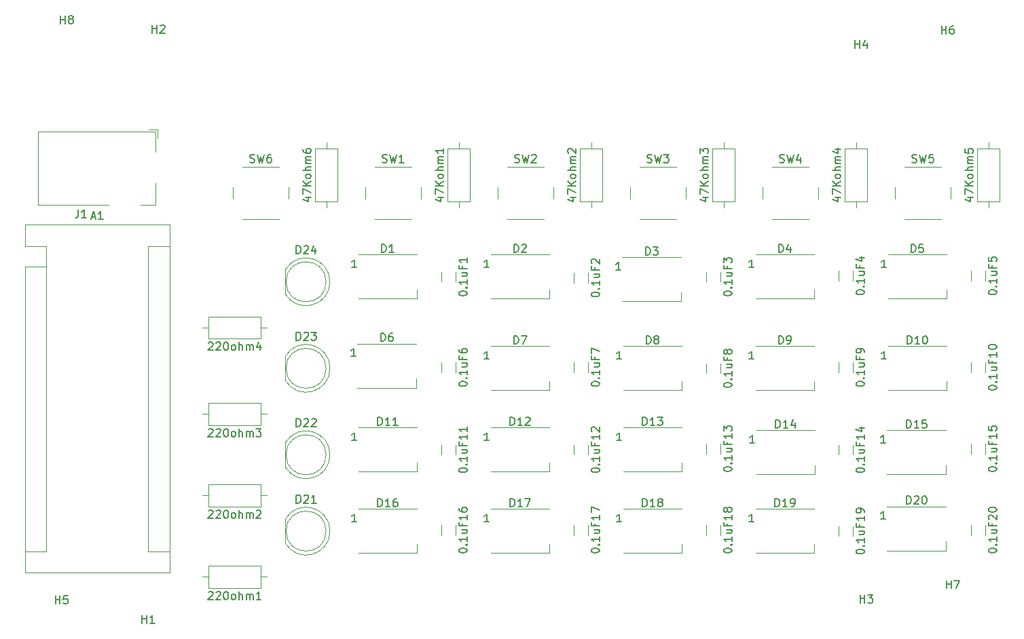
<source format=gbr>
G04 #@! TF.GenerationSoftware,KiCad,Pcbnew,(5.1.2)-1*
G04 #@! TF.CreationDate,2019-05-08T22:22:59+02:00*
G04 #@! TF.ProjectId,LED MATRIX Anzeige,4c454420-4d41-4545-9249-5820416e7a65,rev?*
G04 #@! TF.SameCoordinates,Original*
G04 #@! TF.FileFunction,Legend,Top*
G04 #@! TF.FilePolarity,Positive*
%FSLAX46Y46*%
G04 Gerber Fmt 4.6, Leading zero omitted, Abs format (unit mm)*
G04 Created by KiCad (PCBNEW (5.1.2)-1) date 2019-05-08 22:22:59*
%MOMM*%
%LPD*%
G04 APERTURE LIST*
%ADD10C,0.120000*%
%ADD11C,0.150000*%
G04 APERTURE END LIST*
D10*
X189590000Y-100867936D02*
X189590000Y-102072064D01*
X191410000Y-100867936D02*
X191410000Y-102072064D01*
X189590000Y-90707936D02*
X189590000Y-91912064D01*
X191410000Y-90707936D02*
X191410000Y-91912064D01*
X189590000Y-80547936D02*
X189590000Y-81752064D01*
X191410000Y-80547936D02*
X191410000Y-81752064D01*
X189590000Y-69117936D02*
X189590000Y-70322064D01*
X191410000Y-69117936D02*
X191410000Y-70322064D01*
X123550000Y-69247936D02*
X123550000Y-70452064D01*
X125370000Y-69247936D02*
X125370000Y-70452064D01*
X125370000Y-80547936D02*
X125370000Y-81752064D01*
X123550000Y-80547936D02*
X123550000Y-81752064D01*
X123550000Y-90837936D02*
X123550000Y-92042064D01*
X125370000Y-90837936D02*
X125370000Y-92042064D01*
X125370000Y-100867936D02*
X125370000Y-102072064D01*
X123550000Y-100867936D02*
X123550000Y-102072064D01*
X141880000Y-69377936D02*
X141880000Y-70582064D01*
X140060000Y-69377936D02*
X140060000Y-70582064D01*
X141880000Y-80547936D02*
X141880000Y-81752064D01*
X140060000Y-80547936D02*
X140060000Y-81752064D01*
X141880000Y-90837936D02*
X141880000Y-92042064D01*
X140060000Y-90837936D02*
X140060000Y-92042064D01*
X141880000Y-100867936D02*
X141880000Y-102072064D01*
X140060000Y-100867936D02*
X140060000Y-102072064D01*
X156570000Y-69247936D02*
X156570000Y-70452064D01*
X158390000Y-69247936D02*
X158390000Y-70452064D01*
X158390000Y-80677936D02*
X158390000Y-81882064D01*
X156570000Y-80677936D02*
X156570000Y-81882064D01*
X158390000Y-90707936D02*
X158390000Y-91912064D01*
X156570000Y-90707936D02*
X156570000Y-91912064D01*
X156570000Y-100867936D02*
X156570000Y-102072064D01*
X158390000Y-100867936D02*
X158390000Y-102072064D01*
X173080000Y-69117936D02*
X173080000Y-70322064D01*
X174900000Y-69117936D02*
X174900000Y-70322064D01*
X174900000Y-80547936D02*
X174900000Y-81752064D01*
X173080000Y-80547936D02*
X173080000Y-81752064D01*
X173080000Y-90837936D02*
X173080000Y-92042064D01*
X174900000Y-90837936D02*
X174900000Y-92042064D01*
X173080000Y-100997936D02*
X173080000Y-102202064D01*
X174900000Y-100997936D02*
X174900000Y-102202064D01*
X74295000Y-68580000D02*
X74295000Y-66040000D01*
X74295000Y-66040000D02*
X71625000Y-66040000D01*
X71625000Y-68580000D02*
X71625000Y-106810000D01*
X71625000Y-63370000D02*
X71625000Y-66040000D01*
X86995000Y-66040000D02*
X89665000Y-66040000D01*
X86995000Y-66040000D02*
X86995000Y-104140000D01*
X86995000Y-104140000D02*
X89665000Y-104140000D01*
X74295000Y-68580000D02*
X71625000Y-68580000D01*
X74295000Y-68580000D02*
X74295000Y-104140000D01*
X74295000Y-104140000D02*
X71625000Y-104140000D01*
X71625000Y-106810000D02*
X89665000Y-106810000D01*
X89665000Y-106810000D02*
X89665000Y-63370000D01*
X89665000Y-63370000D02*
X71625000Y-63370000D01*
X113190000Y-67100000D02*
X120490000Y-67100000D01*
X113190000Y-72600000D02*
X120490000Y-72600000D01*
X120490000Y-72600000D02*
X120490000Y-71450000D01*
X137000000Y-72600000D02*
X137000000Y-71450000D01*
X129700000Y-72600000D02*
X137000000Y-72600000D01*
X129700000Y-67100000D02*
X137000000Y-67100000D01*
X153420000Y-72930000D02*
X153420000Y-71780000D01*
X146120000Y-72930000D02*
X153420000Y-72930000D01*
X146120000Y-67430000D02*
X153420000Y-67430000D01*
X162720000Y-67100000D02*
X170020000Y-67100000D01*
X162720000Y-72600000D02*
X170020000Y-72600000D01*
X170020000Y-72600000D02*
X170020000Y-71450000D01*
X186530000Y-72600000D02*
X186530000Y-71450000D01*
X179230000Y-72600000D02*
X186530000Y-72600000D01*
X179230000Y-67100000D02*
X186530000Y-67100000D01*
X120400000Y-83700000D02*
X120400000Y-82550000D01*
X113100000Y-83700000D02*
X120400000Y-83700000D01*
X113100000Y-78200000D02*
X120400000Y-78200000D01*
X129700000Y-78530000D02*
X137000000Y-78530000D01*
X129700000Y-84030000D02*
X137000000Y-84030000D01*
X137000000Y-84030000D02*
X137000000Y-82880000D01*
X153510000Y-84030000D02*
X153510000Y-82880000D01*
X146210000Y-84030000D02*
X153510000Y-84030000D01*
X146210000Y-78530000D02*
X153510000Y-78530000D01*
X162720000Y-78530000D02*
X170020000Y-78530000D01*
X162720000Y-84030000D02*
X170020000Y-84030000D01*
X170020000Y-84030000D02*
X170020000Y-82880000D01*
X186530000Y-84030000D02*
X186530000Y-82880000D01*
X179230000Y-84030000D02*
X186530000Y-84030000D01*
X179230000Y-78530000D02*
X186530000Y-78530000D01*
X113190000Y-88690000D02*
X120490000Y-88690000D01*
X113190000Y-94190000D02*
X120490000Y-94190000D01*
X120490000Y-94190000D02*
X120490000Y-93040000D01*
X137000000Y-94190000D02*
X137000000Y-93040000D01*
X129700000Y-94190000D02*
X137000000Y-94190000D01*
X129700000Y-88690000D02*
X137000000Y-88690000D01*
X146210000Y-88690000D02*
X153510000Y-88690000D01*
X146210000Y-94190000D02*
X153510000Y-94190000D01*
X153510000Y-94190000D02*
X153510000Y-93040000D01*
X170110000Y-94520000D02*
X170110000Y-93370000D01*
X162810000Y-94520000D02*
X170110000Y-94520000D01*
X162810000Y-89020000D02*
X170110000Y-89020000D01*
X179140000Y-89020000D02*
X186440000Y-89020000D01*
X179140000Y-94520000D02*
X186440000Y-94520000D01*
X186440000Y-94520000D02*
X186440000Y-93370000D01*
X120490000Y-104350000D02*
X120490000Y-103200000D01*
X113190000Y-104350000D02*
X120490000Y-104350000D01*
X113190000Y-98850000D02*
X120490000Y-98850000D01*
X129700000Y-98850000D02*
X137000000Y-98850000D01*
X129700000Y-104350000D02*
X137000000Y-104350000D01*
X137000000Y-104350000D02*
X137000000Y-103200000D01*
X146210000Y-98850000D02*
X153510000Y-98850000D01*
X146210000Y-104350000D02*
X153510000Y-104350000D01*
X153510000Y-104350000D02*
X153510000Y-103200000D01*
X162720000Y-98850000D02*
X170020000Y-98850000D01*
X162720000Y-104350000D02*
X170020000Y-104350000D01*
X170020000Y-104350000D02*
X170020000Y-103200000D01*
X186440000Y-104020000D02*
X186440000Y-102870000D01*
X179140000Y-104020000D02*
X186440000Y-104020000D01*
X179140000Y-98520000D02*
X186440000Y-98520000D01*
X121050000Y-60150000D02*
X121050000Y-58650000D01*
X119800000Y-56150000D02*
X115300000Y-56150000D01*
X114050000Y-58650000D02*
X114050000Y-60150000D01*
X115300000Y-62650000D02*
X119800000Y-62650000D01*
X131810000Y-62650000D02*
X136310000Y-62650000D01*
X130560000Y-58650000D02*
X130560000Y-60150000D01*
X136310000Y-56150000D02*
X131810000Y-56150000D01*
X137560000Y-60150000D02*
X137560000Y-58650000D01*
X154070000Y-60150000D02*
X154070000Y-58650000D01*
X152820000Y-56150000D02*
X148320000Y-56150000D01*
X147070000Y-58650000D02*
X147070000Y-60150000D01*
X148320000Y-62650000D02*
X152820000Y-62650000D01*
X164830000Y-62650000D02*
X169330000Y-62650000D01*
X163580000Y-58650000D02*
X163580000Y-60150000D01*
X169330000Y-56150000D02*
X164830000Y-56150000D01*
X170580000Y-60150000D02*
X170580000Y-58650000D01*
X187090000Y-60150000D02*
X187090000Y-58650000D01*
X185840000Y-56150000D02*
X181340000Y-56150000D01*
X180090000Y-58650000D02*
X180090000Y-60150000D01*
X181340000Y-62650000D02*
X185840000Y-62650000D01*
X98790000Y-62650000D02*
X103290000Y-62650000D01*
X97540000Y-58650000D02*
X97540000Y-60150000D01*
X103290000Y-56150000D02*
X98790000Y-56150000D01*
X104540000Y-60150000D02*
X104540000Y-58650000D01*
X93750000Y-107315000D02*
X94520000Y-107315000D01*
X101830000Y-107315000D02*
X101060000Y-107315000D01*
X94520000Y-108685000D02*
X101060000Y-108685000D01*
X94520000Y-105945000D02*
X94520000Y-108685000D01*
X101060000Y-105945000D02*
X94520000Y-105945000D01*
X101060000Y-108685000D02*
X101060000Y-105945000D01*
X101060000Y-98525000D02*
X101060000Y-95785000D01*
X101060000Y-95785000D02*
X94520000Y-95785000D01*
X94520000Y-95785000D02*
X94520000Y-98525000D01*
X94520000Y-98525000D02*
X101060000Y-98525000D01*
X101830000Y-97155000D02*
X101060000Y-97155000D01*
X93750000Y-97155000D02*
X94520000Y-97155000D01*
X93750000Y-86995000D02*
X94520000Y-86995000D01*
X101830000Y-86995000D02*
X101060000Y-86995000D01*
X94520000Y-88365000D02*
X101060000Y-88365000D01*
X94520000Y-85625000D02*
X94520000Y-88365000D01*
X101060000Y-85625000D02*
X94520000Y-85625000D01*
X101060000Y-88365000D02*
X101060000Y-85625000D01*
X101060000Y-77570000D02*
X101060000Y-74830000D01*
X101060000Y-74830000D02*
X94520000Y-74830000D01*
X94520000Y-74830000D02*
X94520000Y-77570000D01*
X94520000Y-77570000D02*
X101060000Y-77570000D01*
X101830000Y-76200000D02*
X101060000Y-76200000D01*
X93750000Y-76200000D02*
X94520000Y-76200000D01*
X125730000Y-53110000D02*
X125730000Y-53880000D01*
X125730000Y-61190000D02*
X125730000Y-60420000D01*
X124360000Y-53880000D02*
X124360000Y-60420000D01*
X127100000Y-53880000D02*
X124360000Y-53880000D01*
X127100000Y-60420000D02*
X127100000Y-53880000D01*
X124360000Y-60420000D02*
X127100000Y-60420000D01*
X140870000Y-60420000D02*
X143610000Y-60420000D01*
X143610000Y-60420000D02*
X143610000Y-53880000D01*
X143610000Y-53880000D02*
X140870000Y-53880000D01*
X140870000Y-53880000D02*
X140870000Y-60420000D01*
X142240000Y-61190000D02*
X142240000Y-60420000D01*
X142240000Y-53110000D02*
X142240000Y-53880000D01*
X158750000Y-53110000D02*
X158750000Y-53880000D01*
X158750000Y-61190000D02*
X158750000Y-60420000D01*
X157380000Y-53880000D02*
X157380000Y-60420000D01*
X160120000Y-53880000D02*
X157380000Y-53880000D01*
X160120000Y-60420000D02*
X160120000Y-53880000D01*
X157380000Y-60420000D02*
X160120000Y-60420000D01*
X173890000Y-60420000D02*
X176630000Y-60420000D01*
X176630000Y-60420000D02*
X176630000Y-53880000D01*
X176630000Y-53880000D02*
X173890000Y-53880000D01*
X173890000Y-53880000D02*
X173890000Y-60420000D01*
X175260000Y-61190000D02*
X175260000Y-60420000D01*
X175260000Y-53110000D02*
X175260000Y-53880000D01*
X191770000Y-53110000D02*
X191770000Y-53880000D01*
X191770000Y-61190000D02*
X191770000Y-60420000D01*
X190400000Y-53880000D02*
X190400000Y-60420000D01*
X193140000Y-53880000D02*
X190400000Y-53880000D01*
X193140000Y-60420000D02*
X193140000Y-53880000D01*
X190400000Y-60420000D02*
X193140000Y-60420000D01*
X107850000Y-60420000D02*
X110590000Y-60420000D01*
X110590000Y-60420000D02*
X110590000Y-53880000D01*
X110590000Y-53880000D02*
X107850000Y-53880000D01*
X107850000Y-53880000D02*
X107850000Y-60420000D01*
X109220000Y-61190000D02*
X109220000Y-60420000D01*
X109220000Y-53110000D02*
X109220000Y-53880000D01*
X109670000Y-101600462D02*
G75*
G03X104120000Y-100055170I-2990000J462D01*
G01*
X109670000Y-101599538D02*
G75*
G02X104120000Y-103144830I-2990000J-462D01*
G01*
X109180000Y-101600000D02*
G75*
G03X109180000Y-101600000I-2500000J0D01*
G01*
X104120000Y-100055000D02*
X104120000Y-103145000D01*
X104120000Y-90530000D02*
X104120000Y-93620000D01*
X109180000Y-92075000D02*
G75*
G03X109180000Y-92075000I-2500000J0D01*
G01*
X109670000Y-92074538D02*
G75*
G02X104120000Y-93619830I-2990000J-462D01*
G01*
X109670000Y-92075462D02*
G75*
G03X104120000Y-90530170I-2990000J462D01*
G01*
X109670000Y-81280462D02*
G75*
G03X104120000Y-79735170I-2990000J462D01*
G01*
X109670000Y-81279538D02*
G75*
G02X104120000Y-82824830I-2990000J-462D01*
G01*
X109180000Y-81280000D02*
G75*
G03X109180000Y-81280000I-2500000J0D01*
G01*
X104120000Y-79735000D02*
X104120000Y-82825000D01*
X104120000Y-68940000D02*
X104120000Y-72030000D01*
X109180000Y-70485000D02*
G75*
G03X109180000Y-70485000I-2500000J0D01*
G01*
X109670000Y-70484538D02*
G75*
G02X104120000Y-72029830I-2990000J-462D01*
G01*
X109670000Y-70485462D02*
G75*
G03X104120000Y-68940170I-2990000J462D01*
G01*
X88150001Y-52545001D02*
X88150001Y-51495001D01*
X87100001Y-51495001D02*
X88150001Y-51495001D01*
X82050001Y-60895001D02*
X73250001Y-60895001D01*
X73250001Y-60895001D02*
X73250001Y-51695001D01*
X87950001Y-58195001D02*
X87950001Y-60895001D01*
X87950001Y-60895001D02*
X86050001Y-60895001D01*
X73250001Y-51695001D02*
X87950001Y-51695001D01*
X87950001Y-51695001D02*
X87950001Y-54295001D01*
D11*
X75438095Y-110657380D02*
X75438095Y-109657380D01*
X75438095Y-110133571D02*
X76009523Y-110133571D01*
X76009523Y-110657380D02*
X76009523Y-109657380D01*
X76961904Y-109657380D02*
X76485714Y-109657380D01*
X76438095Y-110133571D01*
X76485714Y-110085952D01*
X76580952Y-110038333D01*
X76819047Y-110038333D01*
X76914285Y-110085952D01*
X76961904Y-110133571D01*
X77009523Y-110228809D01*
X77009523Y-110466904D01*
X76961904Y-110562142D01*
X76914285Y-110609761D01*
X76819047Y-110657380D01*
X76580952Y-110657380D01*
X76485714Y-110609761D01*
X76438095Y-110562142D01*
X185928095Y-39537380D02*
X185928095Y-38537380D01*
X185928095Y-39013571D02*
X186499523Y-39013571D01*
X186499523Y-39537380D02*
X186499523Y-38537380D01*
X187404285Y-38537380D02*
X187213809Y-38537380D01*
X187118571Y-38585000D01*
X187070952Y-38632619D01*
X186975714Y-38775476D01*
X186928095Y-38965952D01*
X186928095Y-39346904D01*
X186975714Y-39442142D01*
X187023333Y-39489761D01*
X187118571Y-39537380D01*
X187309047Y-39537380D01*
X187404285Y-39489761D01*
X187451904Y-39442142D01*
X187499523Y-39346904D01*
X187499523Y-39108809D01*
X187451904Y-39013571D01*
X187404285Y-38965952D01*
X187309047Y-38918333D01*
X187118571Y-38918333D01*
X187023333Y-38965952D01*
X186975714Y-39013571D01*
X186928095Y-39108809D01*
X76073095Y-38267380D02*
X76073095Y-37267380D01*
X76073095Y-37743571D02*
X76644523Y-37743571D01*
X76644523Y-38267380D02*
X76644523Y-37267380D01*
X77263571Y-37695952D02*
X77168333Y-37648333D01*
X77120714Y-37600714D01*
X77073095Y-37505476D01*
X77073095Y-37457857D01*
X77120714Y-37362619D01*
X77168333Y-37315000D01*
X77263571Y-37267380D01*
X77454047Y-37267380D01*
X77549285Y-37315000D01*
X77596904Y-37362619D01*
X77644523Y-37457857D01*
X77644523Y-37505476D01*
X77596904Y-37600714D01*
X77549285Y-37648333D01*
X77454047Y-37695952D01*
X77263571Y-37695952D01*
X77168333Y-37743571D01*
X77120714Y-37791190D01*
X77073095Y-37886428D01*
X77073095Y-38076904D01*
X77120714Y-38172142D01*
X77168333Y-38219761D01*
X77263571Y-38267380D01*
X77454047Y-38267380D01*
X77549285Y-38219761D01*
X77596904Y-38172142D01*
X77644523Y-38076904D01*
X77644523Y-37886428D01*
X77596904Y-37791190D01*
X77549285Y-37743571D01*
X77454047Y-37695952D01*
X186563095Y-108752380D02*
X186563095Y-107752380D01*
X186563095Y-108228571D02*
X187134523Y-108228571D01*
X187134523Y-108752380D02*
X187134523Y-107752380D01*
X187515476Y-107752380D02*
X188182142Y-107752380D01*
X187753571Y-108752380D01*
X86233095Y-113092380D02*
X86233095Y-112092380D01*
X86233095Y-112568571D02*
X86804523Y-112568571D01*
X86804523Y-113092380D02*
X86804523Y-112092380D01*
X87804523Y-113092380D02*
X87233095Y-113092380D01*
X87518809Y-113092380D02*
X87518809Y-112092380D01*
X87423571Y-112235238D01*
X87328333Y-112330476D01*
X87233095Y-112378095D01*
X175133095Y-41337380D02*
X175133095Y-40337380D01*
X175133095Y-40813571D02*
X175704523Y-40813571D01*
X175704523Y-41337380D02*
X175704523Y-40337380D01*
X176609285Y-40670714D02*
X176609285Y-41337380D01*
X176371190Y-40289761D02*
X176133095Y-41004047D01*
X176752142Y-41004047D01*
X87503095Y-39432380D02*
X87503095Y-38432380D01*
X87503095Y-38908571D02*
X88074523Y-38908571D01*
X88074523Y-39432380D02*
X88074523Y-38432380D01*
X88503095Y-38527619D02*
X88550714Y-38480000D01*
X88645952Y-38432380D01*
X88884047Y-38432380D01*
X88979285Y-38480000D01*
X89026904Y-38527619D01*
X89074523Y-38622857D01*
X89074523Y-38718095D01*
X89026904Y-38860952D01*
X88455476Y-39432380D01*
X89074523Y-39432380D01*
X175768095Y-110552380D02*
X175768095Y-109552380D01*
X175768095Y-110028571D02*
X176339523Y-110028571D01*
X176339523Y-110552380D02*
X176339523Y-109552380D01*
X176720476Y-109552380D02*
X177339523Y-109552380D01*
X177006190Y-109933333D01*
X177149047Y-109933333D01*
X177244285Y-109980952D01*
X177291904Y-110028571D01*
X177339523Y-110123809D01*
X177339523Y-110361904D01*
X177291904Y-110457142D01*
X177244285Y-110504761D01*
X177149047Y-110552380D01*
X176863333Y-110552380D01*
X176768095Y-110504761D01*
X176720476Y-110457142D01*
X191772380Y-104065238D02*
X191772380Y-103970000D01*
X191820000Y-103874761D01*
X191867619Y-103827142D01*
X191962857Y-103779523D01*
X192153333Y-103731904D01*
X192391428Y-103731904D01*
X192581904Y-103779523D01*
X192677142Y-103827142D01*
X192724761Y-103874761D01*
X192772380Y-103970000D01*
X192772380Y-104065238D01*
X192724761Y-104160476D01*
X192677142Y-104208095D01*
X192581904Y-104255714D01*
X192391428Y-104303333D01*
X192153333Y-104303333D01*
X191962857Y-104255714D01*
X191867619Y-104208095D01*
X191820000Y-104160476D01*
X191772380Y-104065238D01*
X192677142Y-103303333D02*
X192724761Y-103255714D01*
X192772380Y-103303333D01*
X192724761Y-103350952D01*
X192677142Y-103303333D01*
X192772380Y-103303333D01*
X192772380Y-102303333D02*
X192772380Y-102874761D01*
X192772380Y-102589047D02*
X191772380Y-102589047D01*
X191915238Y-102684285D01*
X192010476Y-102779523D01*
X192058095Y-102874761D01*
X192105714Y-101446190D02*
X192772380Y-101446190D01*
X192105714Y-101874761D02*
X192629523Y-101874761D01*
X192724761Y-101827142D01*
X192772380Y-101731904D01*
X192772380Y-101589047D01*
X192724761Y-101493809D01*
X192677142Y-101446190D01*
X192248571Y-100636666D02*
X192248571Y-100970000D01*
X192772380Y-100970000D02*
X191772380Y-100970000D01*
X191772380Y-100493809D01*
X191867619Y-100160476D02*
X191820000Y-100112857D01*
X191772380Y-100017619D01*
X191772380Y-99779523D01*
X191820000Y-99684285D01*
X191867619Y-99636666D01*
X191962857Y-99589047D01*
X192058095Y-99589047D01*
X192200952Y-99636666D01*
X192772380Y-100208095D01*
X192772380Y-99589047D01*
X191772380Y-98970000D02*
X191772380Y-98874761D01*
X191820000Y-98779523D01*
X191867619Y-98731904D01*
X191962857Y-98684285D01*
X192153333Y-98636666D01*
X192391428Y-98636666D01*
X192581904Y-98684285D01*
X192677142Y-98731904D01*
X192724761Y-98779523D01*
X192772380Y-98874761D01*
X192772380Y-98970000D01*
X192724761Y-99065238D01*
X192677142Y-99112857D01*
X192581904Y-99160476D01*
X192391428Y-99208095D01*
X192153333Y-99208095D01*
X191962857Y-99160476D01*
X191867619Y-99112857D01*
X191820000Y-99065238D01*
X191772380Y-98970000D01*
X191772380Y-93905238D02*
X191772380Y-93810000D01*
X191820000Y-93714761D01*
X191867619Y-93667142D01*
X191962857Y-93619523D01*
X192153333Y-93571904D01*
X192391428Y-93571904D01*
X192581904Y-93619523D01*
X192677142Y-93667142D01*
X192724761Y-93714761D01*
X192772380Y-93810000D01*
X192772380Y-93905238D01*
X192724761Y-94000476D01*
X192677142Y-94048095D01*
X192581904Y-94095714D01*
X192391428Y-94143333D01*
X192153333Y-94143333D01*
X191962857Y-94095714D01*
X191867619Y-94048095D01*
X191820000Y-94000476D01*
X191772380Y-93905238D01*
X192677142Y-93143333D02*
X192724761Y-93095714D01*
X192772380Y-93143333D01*
X192724761Y-93190952D01*
X192677142Y-93143333D01*
X192772380Y-93143333D01*
X192772380Y-92143333D02*
X192772380Y-92714761D01*
X192772380Y-92429047D02*
X191772380Y-92429047D01*
X191915238Y-92524285D01*
X192010476Y-92619523D01*
X192058095Y-92714761D01*
X192105714Y-91286190D02*
X192772380Y-91286190D01*
X192105714Y-91714761D02*
X192629523Y-91714761D01*
X192724761Y-91667142D01*
X192772380Y-91571904D01*
X192772380Y-91429047D01*
X192724761Y-91333809D01*
X192677142Y-91286190D01*
X192248571Y-90476666D02*
X192248571Y-90810000D01*
X192772380Y-90810000D02*
X191772380Y-90810000D01*
X191772380Y-90333809D01*
X192772380Y-89429047D02*
X192772380Y-90000476D01*
X192772380Y-89714761D02*
X191772380Y-89714761D01*
X191915238Y-89810000D01*
X192010476Y-89905238D01*
X192058095Y-90000476D01*
X191772380Y-88524285D02*
X191772380Y-89000476D01*
X192248571Y-89048095D01*
X192200952Y-89000476D01*
X192153333Y-88905238D01*
X192153333Y-88667142D01*
X192200952Y-88571904D01*
X192248571Y-88524285D01*
X192343809Y-88476666D01*
X192581904Y-88476666D01*
X192677142Y-88524285D01*
X192724761Y-88571904D01*
X192772380Y-88667142D01*
X192772380Y-88905238D01*
X192724761Y-89000476D01*
X192677142Y-89048095D01*
X191772380Y-83745238D02*
X191772380Y-83650000D01*
X191820000Y-83554761D01*
X191867619Y-83507142D01*
X191962857Y-83459523D01*
X192153333Y-83411904D01*
X192391428Y-83411904D01*
X192581904Y-83459523D01*
X192677142Y-83507142D01*
X192724761Y-83554761D01*
X192772380Y-83650000D01*
X192772380Y-83745238D01*
X192724761Y-83840476D01*
X192677142Y-83888095D01*
X192581904Y-83935714D01*
X192391428Y-83983333D01*
X192153333Y-83983333D01*
X191962857Y-83935714D01*
X191867619Y-83888095D01*
X191820000Y-83840476D01*
X191772380Y-83745238D01*
X192677142Y-82983333D02*
X192724761Y-82935714D01*
X192772380Y-82983333D01*
X192724761Y-83030952D01*
X192677142Y-82983333D01*
X192772380Y-82983333D01*
X192772380Y-81983333D02*
X192772380Y-82554761D01*
X192772380Y-82269047D02*
X191772380Y-82269047D01*
X191915238Y-82364285D01*
X192010476Y-82459523D01*
X192058095Y-82554761D01*
X192105714Y-81126190D02*
X192772380Y-81126190D01*
X192105714Y-81554761D02*
X192629523Y-81554761D01*
X192724761Y-81507142D01*
X192772380Y-81411904D01*
X192772380Y-81269047D01*
X192724761Y-81173809D01*
X192677142Y-81126190D01*
X192248571Y-80316666D02*
X192248571Y-80650000D01*
X192772380Y-80650000D02*
X191772380Y-80650000D01*
X191772380Y-80173809D01*
X192772380Y-79269047D02*
X192772380Y-79840476D01*
X192772380Y-79554761D02*
X191772380Y-79554761D01*
X191915238Y-79650000D01*
X192010476Y-79745238D01*
X192058095Y-79840476D01*
X191772380Y-78650000D02*
X191772380Y-78554761D01*
X191820000Y-78459523D01*
X191867619Y-78411904D01*
X191962857Y-78364285D01*
X192153333Y-78316666D01*
X192391428Y-78316666D01*
X192581904Y-78364285D01*
X192677142Y-78411904D01*
X192724761Y-78459523D01*
X192772380Y-78554761D01*
X192772380Y-78650000D01*
X192724761Y-78745238D01*
X192677142Y-78792857D01*
X192581904Y-78840476D01*
X192391428Y-78888095D01*
X192153333Y-78888095D01*
X191962857Y-78840476D01*
X191867619Y-78792857D01*
X191820000Y-78745238D01*
X191772380Y-78650000D01*
X191772380Y-71839047D02*
X191772380Y-71743809D01*
X191820000Y-71648571D01*
X191867619Y-71600952D01*
X191962857Y-71553333D01*
X192153333Y-71505714D01*
X192391428Y-71505714D01*
X192581904Y-71553333D01*
X192677142Y-71600952D01*
X192724761Y-71648571D01*
X192772380Y-71743809D01*
X192772380Y-71839047D01*
X192724761Y-71934285D01*
X192677142Y-71981904D01*
X192581904Y-72029523D01*
X192391428Y-72077142D01*
X192153333Y-72077142D01*
X191962857Y-72029523D01*
X191867619Y-71981904D01*
X191820000Y-71934285D01*
X191772380Y-71839047D01*
X192677142Y-71077142D02*
X192724761Y-71029523D01*
X192772380Y-71077142D01*
X192724761Y-71124761D01*
X192677142Y-71077142D01*
X192772380Y-71077142D01*
X192772380Y-70077142D02*
X192772380Y-70648571D01*
X192772380Y-70362857D02*
X191772380Y-70362857D01*
X191915238Y-70458095D01*
X192010476Y-70553333D01*
X192058095Y-70648571D01*
X192105714Y-69220000D02*
X192772380Y-69220000D01*
X192105714Y-69648571D02*
X192629523Y-69648571D01*
X192724761Y-69600952D01*
X192772380Y-69505714D01*
X192772380Y-69362857D01*
X192724761Y-69267619D01*
X192677142Y-69220000D01*
X192248571Y-68410476D02*
X192248571Y-68743809D01*
X192772380Y-68743809D02*
X191772380Y-68743809D01*
X191772380Y-68267619D01*
X191772380Y-67410476D02*
X191772380Y-67886666D01*
X192248571Y-67934285D01*
X192200952Y-67886666D01*
X192153333Y-67791428D01*
X192153333Y-67553333D01*
X192200952Y-67458095D01*
X192248571Y-67410476D01*
X192343809Y-67362857D01*
X192581904Y-67362857D01*
X192677142Y-67410476D01*
X192724761Y-67458095D01*
X192772380Y-67553333D01*
X192772380Y-67791428D01*
X192724761Y-67886666D01*
X192677142Y-67934285D01*
X125732380Y-71969047D02*
X125732380Y-71873809D01*
X125780000Y-71778571D01*
X125827619Y-71730952D01*
X125922857Y-71683333D01*
X126113333Y-71635714D01*
X126351428Y-71635714D01*
X126541904Y-71683333D01*
X126637142Y-71730952D01*
X126684761Y-71778571D01*
X126732380Y-71873809D01*
X126732380Y-71969047D01*
X126684761Y-72064285D01*
X126637142Y-72111904D01*
X126541904Y-72159523D01*
X126351428Y-72207142D01*
X126113333Y-72207142D01*
X125922857Y-72159523D01*
X125827619Y-72111904D01*
X125780000Y-72064285D01*
X125732380Y-71969047D01*
X126637142Y-71207142D02*
X126684761Y-71159523D01*
X126732380Y-71207142D01*
X126684761Y-71254761D01*
X126637142Y-71207142D01*
X126732380Y-71207142D01*
X126732380Y-70207142D02*
X126732380Y-70778571D01*
X126732380Y-70492857D02*
X125732380Y-70492857D01*
X125875238Y-70588095D01*
X125970476Y-70683333D01*
X126018095Y-70778571D01*
X126065714Y-69350000D02*
X126732380Y-69350000D01*
X126065714Y-69778571D02*
X126589523Y-69778571D01*
X126684761Y-69730952D01*
X126732380Y-69635714D01*
X126732380Y-69492857D01*
X126684761Y-69397619D01*
X126637142Y-69350000D01*
X126208571Y-68540476D02*
X126208571Y-68873809D01*
X126732380Y-68873809D02*
X125732380Y-68873809D01*
X125732380Y-68397619D01*
X126732380Y-67492857D02*
X126732380Y-68064285D01*
X126732380Y-67778571D02*
X125732380Y-67778571D01*
X125875238Y-67873809D01*
X125970476Y-67969047D01*
X126018095Y-68064285D01*
X125732380Y-83269047D02*
X125732380Y-83173809D01*
X125780000Y-83078571D01*
X125827619Y-83030952D01*
X125922857Y-82983333D01*
X126113333Y-82935714D01*
X126351428Y-82935714D01*
X126541904Y-82983333D01*
X126637142Y-83030952D01*
X126684761Y-83078571D01*
X126732380Y-83173809D01*
X126732380Y-83269047D01*
X126684761Y-83364285D01*
X126637142Y-83411904D01*
X126541904Y-83459523D01*
X126351428Y-83507142D01*
X126113333Y-83507142D01*
X125922857Y-83459523D01*
X125827619Y-83411904D01*
X125780000Y-83364285D01*
X125732380Y-83269047D01*
X126637142Y-82507142D02*
X126684761Y-82459523D01*
X126732380Y-82507142D01*
X126684761Y-82554761D01*
X126637142Y-82507142D01*
X126732380Y-82507142D01*
X126732380Y-81507142D02*
X126732380Y-82078571D01*
X126732380Y-81792857D02*
X125732380Y-81792857D01*
X125875238Y-81888095D01*
X125970476Y-81983333D01*
X126018095Y-82078571D01*
X126065714Y-80650000D02*
X126732380Y-80650000D01*
X126065714Y-81078571D02*
X126589523Y-81078571D01*
X126684761Y-81030952D01*
X126732380Y-80935714D01*
X126732380Y-80792857D01*
X126684761Y-80697619D01*
X126637142Y-80650000D01*
X126208571Y-79840476D02*
X126208571Y-80173809D01*
X126732380Y-80173809D02*
X125732380Y-80173809D01*
X125732380Y-79697619D01*
X125732380Y-78888095D02*
X125732380Y-79078571D01*
X125780000Y-79173809D01*
X125827619Y-79221428D01*
X125970476Y-79316666D01*
X126160952Y-79364285D01*
X126541904Y-79364285D01*
X126637142Y-79316666D01*
X126684761Y-79269047D01*
X126732380Y-79173809D01*
X126732380Y-78983333D01*
X126684761Y-78888095D01*
X126637142Y-78840476D01*
X126541904Y-78792857D01*
X126303809Y-78792857D01*
X126208571Y-78840476D01*
X126160952Y-78888095D01*
X126113333Y-78983333D01*
X126113333Y-79173809D01*
X126160952Y-79269047D01*
X126208571Y-79316666D01*
X126303809Y-79364285D01*
X125732380Y-94035238D02*
X125732380Y-93940000D01*
X125780000Y-93844761D01*
X125827619Y-93797142D01*
X125922857Y-93749523D01*
X126113333Y-93701904D01*
X126351428Y-93701904D01*
X126541904Y-93749523D01*
X126637142Y-93797142D01*
X126684761Y-93844761D01*
X126732380Y-93940000D01*
X126732380Y-94035238D01*
X126684761Y-94130476D01*
X126637142Y-94178095D01*
X126541904Y-94225714D01*
X126351428Y-94273333D01*
X126113333Y-94273333D01*
X125922857Y-94225714D01*
X125827619Y-94178095D01*
X125780000Y-94130476D01*
X125732380Y-94035238D01*
X126637142Y-93273333D02*
X126684761Y-93225714D01*
X126732380Y-93273333D01*
X126684761Y-93320952D01*
X126637142Y-93273333D01*
X126732380Y-93273333D01*
X126732380Y-92273333D02*
X126732380Y-92844761D01*
X126732380Y-92559047D02*
X125732380Y-92559047D01*
X125875238Y-92654285D01*
X125970476Y-92749523D01*
X126018095Y-92844761D01*
X126065714Y-91416190D02*
X126732380Y-91416190D01*
X126065714Y-91844761D02*
X126589523Y-91844761D01*
X126684761Y-91797142D01*
X126732380Y-91701904D01*
X126732380Y-91559047D01*
X126684761Y-91463809D01*
X126637142Y-91416190D01*
X126208571Y-90606666D02*
X126208571Y-90940000D01*
X126732380Y-90940000D02*
X125732380Y-90940000D01*
X125732380Y-90463809D01*
X126732380Y-89559047D02*
X126732380Y-90130476D01*
X126732380Y-89844761D02*
X125732380Y-89844761D01*
X125875238Y-89940000D01*
X125970476Y-90035238D01*
X126018095Y-90130476D01*
X126732380Y-88606666D02*
X126732380Y-89178095D01*
X126732380Y-88892380D02*
X125732380Y-88892380D01*
X125875238Y-88987619D01*
X125970476Y-89082857D01*
X126018095Y-89178095D01*
X125732380Y-104065238D02*
X125732380Y-103970000D01*
X125780000Y-103874761D01*
X125827619Y-103827142D01*
X125922857Y-103779523D01*
X126113333Y-103731904D01*
X126351428Y-103731904D01*
X126541904Y-103779523D01*
X126637142Y-103827142D01*
X126684761Y-103874761D01*
X126732380Y-103970000D01*
X126732380Y-104065238D01*
X126684761Y-104160476D01*
X126637142Y-104208095D01*
X126541904Y-104255714D01*
X126351428Y-104303333D01*
X126113333Y-104303333D01*
X125922857Y-104255714D01*
X125827619Y-104208095D01*
X125780000Y-104160476D01*
X125732380Y-104065238D01*
X126637142Y-103303333D02*
X126684761Y-103255714D01*
X126732380Y-103303333D01*
X126684761Y-103350952D01*
X126637142Y-103303333D01*
X126732380Y-103303333D01*
X126732380Y-102303333D02*
X126732380Y-102874761D01*
X126732380Y-102589047D02*
X125732380Y-102589047D01*
X125875238Y-102684285D01*
X125970476Y-102779523D01*
X126018095Y-102874761D01*
X126065714Y-101446190D02*
X126732380Y-101446190D01*
X126065714Y-101874761D02*
X126589523Y-101874761D01*
X126684761Y-101827142D01*
X126732380Y-101731904D01*
X126732380Y-101589047D01*
X126684761Y-101493809D01*
X126637142Y-101446190D01*
X126208571Y-100636666D02*
X126208571Y-100970000D01*
X126732380Y-100970000D02*
X125732380Y-100970000D01*
X125732380Y-100493809D01*
X126732380Y-99589047D02*
X126732380Y-100160476D01*
X126732380Y-99874761D02*
X125732380Y-99874761D01*
X125875238Y-99970000D01*
X125970476Y-100065238D01*
X126018095Y-100160476D01*
X125732380Y-98731904D02*
X125732380Y-98922380D01*
X125780000Y-99017619D01*
X125827619Y-99065238D01*
X125970476Y-99160476D01*
X126160952Y-99208095D01*
X126541904Y-99208095D01*
X126637142Y-99160476D01*
X126684761Y-99112857D01*
X126732380Y-99017619D01*
X126732380Y-98827142D01*
X126684761Y-98731904D01*
X126637142Y-98684285D01*
X126541904Y-98636666D01*
X126303809Y-98636666D01*
X126208571Y-98684285D01*
X126160952Y-98731904D01*
X126113333Y-98827142D01*
X126113333Y-99017619D01*
X126160952Y-99112857D01*
X126208571Y-99160476D01*
X126303809Y-99208095D01*
X142242380Y-72099047D02*
X142242380Y-72003809D01*
X142290000Y-71908571D01*
X142337619Y-71860952D01*
X142432857Y-71813333D01*
X142623333Y-71765714D01*
X142861428Y-71765714D01*
X143051904Y-71813333D01*
X143147142Y-71860952D01*
X143194761Y-71908571D01*
X143242380Y-72003809D01*
X143242380Y-72099047D01*
X143194761Y-72194285D01*
X143147142Y-72241904D01*
X143051904Y-72289523D01*
X142861428Y-72337142D01*
X142623333Y-72337142D01*
X142432857Y-72289523D01*
X142337619Y-72241904D01*
X142290000Y-72194285D01*
X142242380Y-72099047D01*
X143147142Y-71337142D02*
X143194761Y-71289523D01*
X143242380Y-71337142D01*
X143194761Y-71384761D01*
X143147142Y-71337142D01*
X143242380Y-71337142D01*
X143242380Y-70337142D02*
X143242380Y-70908571D01*
X143242380Y-70622857D02*
X142242380Y-70622857D01*
X142385238Y-70718095D01*
X142480476Y-70813333D01*
X142528095Y-70908571D01*
X142575714Y-69480000D02*
X143242380Y-69480000D01*
X142575714Y-69908571D02*
X143099523Y-69908571D01*
X143194761Y-69860952D01*
X143242380Y-69765714D01*
X143242380Y-69622857D01*
X143194761Y-69527619D01*
X143147142Y-69480000D01*
X142718571Y-68670476D02*
X142718571Y-69003809D01*
X143242380Y-69003809D02*
X142242380Y-69003809D01*
X142242380Y-68527619D01*
X142337619Y-68194285D02*
X142290000Y-68146666D01*
X142242380Y-68051428D01*
X142242380Y-67813333D01*
X142290000Y-67718095D01*
X142337619Y-67670476D01*
X142432857Y-67622857D01*
X142528095Y-67622857D01*
X142670952Y-67670476D01*
X143242380Y-68241904D01*
X143242380Y-67622857D01*
X142242380Y-83269047D02*
X142242380Y-83173809D01*
X142290000Y-83078571D01*
X142337619Y-83030952D01*
X142432857Y-82983333D01*
X142623333Y-82935714D01*
X142861428Y-82935714D01*
X143051904Y-82983333D01*
X143147142Y-83030952D01*
X143194761Y-83078571D01*
X143242380Y-83173809D01*
X143242380Y-83269047D01*
X143194761Y-83364285D01*
X143147142Y-83411904D01*
X143051904Y-83459523D01*
X142861428Y-83507142D01*
X142623333Y-83507142D01*
X142432857Y-83459523D01*
X142337619Y-83411904D01*
X142290000Y-83364285D01*
X142242380Y-83269047D01*
X143147142Y-82507142D02*
X143194761Y-82459523D01*
X143242380Y-82507142D01*
X143194761Y-82554761D01*
X143147142Y-82507142D01*
X143242380Y-82507142D01*
X143242380Y-81507142D02*
X143242380Y-82078571D01*
X143242380Y-81792857D02*
X142242380Y-81792857D01*
X142385238Y-81888095D01*
X142480476Y-81983333D01*
X142528095Y-82078571D01*
X142575714Y-80650000D02*
X143242380Y-80650000D01*
X142575714Y-81078571D02*
X143099523Y-81078571D01*
X143194761Y-81030952D01*
X143242380Y-80935714D01*
X143242380Y-80792857D01*
X143194761Y-80697619D01*
X143147142Y-80650000D01*
X142718571Y-79840476D02*
X142718571Y-80173809D01*
X143242380Y-80173809D02*
X142242380Y-80173809D01*
X142242380Y-79697619D01*
X142242380Y-79411904D02*
X142242380Y-78745238D01*
X143242380Y-79173809D01*
X142242380Y-94035238D02*
X142242380Y-93940000D01*
X142290000Y-93844761D01*
X142337619Y-93797142D01*
X142432857Y-93749523D01*
X142623333Y-93701904D01*
X142861428Y-93701904D01*
X143051904Y-93749523D01*
X143147142Y-93797142D01*
X143194761Y-93844761D01*
X143242380Y-93940000D01*
X143242380Y-94035238D01*
X143194761Y-94130476D01*
X143147142Y-94178095D01*
X143051904Y-94225714D01*
X142861428Y-94273333D01*
X142623333Y-94273333D01*
X142432857Y-94225714D01*
X142337619Y-94178095D01*
X142290000Y-94130476D01*
X142242380Y-94035238D01*
X143147142Y-93273333D02*
X143194761Y-93225714D01*
X143242380Y-93273333D01*
X143194761Y-93320952D01*
X143147142Y-93273333D01*
X143242380Y-93273333D01*
X143242380Y-92273333D02*
X143242380Y-92844761D01*
X143242380Y-92559047D02*
X142242380Y-92559047D01*
X142385238Y-92654285D01*
X142480476Y-92749523D01*
X142528095Y-92844761D01*
X142575714Y-91416190D02*
X143242380Y-91416190D01*
X142575714Y-91844761D02*
X143099523Y-91844761D01*
X143194761Y-91797142D01*
X143242380Y-91701904D01*
X143242380Y-91559047D01*
X143194761Y-91463809D01*
X143147142Y-91416190D01*
X142718571Y-90606666D02*
X142718571Y-90940000D01*
X143242380Y-90940000D02*
X142242380Y-90940000D01*
X142242380Y-90463809D01*
X143242380Y-89559047D02*
X143242380Y-90130476D01*
X143242380Y-89844761D02*
X142242380Y-89844761D01*
X142385238Y-89940000D01*
X142480476Y-90035238D01*
X142528095Y-90130476D01*
X142337619Y-89178095D02*
X142290000Y-89130476D01*
X142242380Y-89035238D01*
X142242380Y-88797142D01*
X142290000Y-88701904D01*
X142337619Y-88654285D01*
X142432857Y-88606666D01*
X142528095Y-88606666D01*
X142670952Y-88654285D01*
X143242380Y-89225714D01*
X143242380Y-88606666D01*
X142242380Y-104065238D02*
X142242380Y-103970000D01*
X142290000Y-103874761D01*
X142337619Y-103827142D01*
X142432857Y-103779523D01*
X142623333Y-103731904D01*
X142861428Y-103731904D01*
X143051904Y-103779523D01*
X143147142Y-103827142D01*
X143194761Y-103874761D01*
X143242380Y-103970000D01*
X143242380Y-104065238D01*
X143194761Y-104160476D01*
X143147142Y-104208095D01*
X143051904Y-104255714D01*
X142861428Y-104303333D01*
X142623333Y-104303333D01*
X142432857Y-104255714D01*
X142337619Y-104208095D01*
X142290000Y-104160476D01*
X142242380Y-104065238D01*
X143147142Y-103303333D02*
X143194761Y-103255714D01*
X143242380Y-103303333D01*
X143194761Y-103350952D01*
X143147142Y-103303333D01*
X143242380Y-103303333D01*
X143242380Y-102303333D02*
X143242380Y-102874761D01*
X143242380Y-102589047D02*
X142242380Y-102589047D01*
X142385238Y-102684285D01*
X142480476Y-102779523D01*
X142528095Y-102874761D01*
X142575714Y-101446190D02*
X143242380Y-101446190D01*
X142575714Y-101874761D02*
X143099523Y-101874761D01*
X143194761Y-101827142D01*
X143242380Y-101731904D01*
X143242380Y-101589047D01*
X143194761Y-101493809D01*
X143147142Y-101446190D01*
X142718571Y-100636666D02*
X142718571Y-100970000D01*
X143242380Y-100970000D02*
X142242380Y-100970000D01*
X142242380Y-100493809D01*
X143242380Y-99589047D02*
X143242380Y-100160476D01*
X143242380Y-99874761D02*
X142242380Y-99874761D01*
X142385238Y-99970000D01*
X142480476Y-100065238D01*
X142528095Y-100160476D01*
X142242380Y-99255714D02*
X142242380Y-98589047D01*
X143242380Y-99017619D01*
X158752380Y-71969047D02*
X158752380Y-71873809D01*
X158800000Y-71778571D01*
X158847619Y-71730952D01*
X158942857Y-71683333D01*
X159133333Y-71635714D01*
X159371428Y-71635714D01*
X159561904Y-71683333D01*
X159657142Y-71730952D01*
X159704761Y-71778571D01*
X159752380Y-71873809D01*
X159752380Y-71969047D01*
X159704761Y-72064285D01*
X159657142Y-72111904D01*
X159561904Y-72159523D01*
X159371428Y-72207142D01*
X159133333Y-72207142D01*
X158942857Y-72159523D01*
X158847619Y-72111904D01*
X158800000Y-72064285D01*
X158752380Y-71969047D01*
X159657142Y-71207142D02*
X159704761Y-71159523D01*
X159752380Y-71207142D01*
X159704761Y-71254761D01*
X159657142Y-71207142D01*
X159752380Y-71207142D01*
X159752380Y-70207142D02*
X159752380Y-70778571D01*
X159752380Y-70492857D02*
X158752380Y-70492857D01*
X158895238Y-70588095D01*
X158990476Y-70683333D01*
X159038095Y-70778571D01*
X159085714Y-69350000D02*
X159752380Y-69350000D01*
X159085714Y-69778571D02*
X159609523Y-69778571D01*
X159704761Y-69730952D01*
X159752380Y-69635714D01*
X159752380Y-69492857D01*
X159704761Y-69397619D01*
X159657142Y-69350000D01*
X159228571Y-68540476D02*
X159228571Y-68873809D01*
X159752380Y-68873809D02*
X158752380Y-68873809D01*
X158752380Y-68397619D01*
X158752380Y-68111904D02*
X158752380Y-67492857D01*
X159133333Y-67826190D01*
X159133333Y-67683333D01*
X159180952Y-67588095D01*
X159228571Y-67540476D01*
X159323809Y-67492857D01*
X159561904Y-67492857D01*
X159657142Y-67540476D01*
X159704761Y-67588095D01*
X159752380Y-67683333D01*
X159752380Y-67969047D01*
X159704761Y-68064285D01*
X159657142Y-68111904D01*
X158752380Y-83399047D02*
X158752380Y-83303809D01*
X158800000Y-83208571D01*
X158847619Y-83160952D01*
X158942857Y-83113333D01*
X159133333Y-83065714D01*
X159371428Y-83065714D01*
X159561904Y-83113333D01*
X159657142Y-83160952D01*
X159704761Y-83208571D01*
X159752380Y-83303809D01*
X159752380Y-83399047D01*
X159704761Y-83494285D01*
X159657142Y-83541904D01*
X159561904Y-83589523D01*
X159371428Y-83637142D01*
X159133333Y-83637142D01*
X158942857Y-83589523D01*
X158847619Y-83541904D01*
X158800000Y-83494285D01*
X158752380Y-83399047D01*
X159657142Y-82637142D02*
X159704761Y-82589523D01*
X159752380Y-82637142D01*
X159704761Y-82684761D01*
X159657142Y-82637142D01*
X159752380Y-82637142D01*
X159752380Y-81637142D02*
X159752380Y-82208571D01*
X159752380Y-81922857D02*
X158752380Y-81922857D01*
X158895238Y-82018095D01*
X158990476Y-82113333D01*
X159038095Y-82208571D01*
X159085714Y-80780000D02*
X159752380Y-80780000D01*
X159085714Y-81208571D02*
X159609523Y-81208571D01*
X159704761Y-81160952D01*
X159752380Y-81065714D01*
X159752380Y-80922857D01*
X159704761Y-80827619D01*
X159657142Y-80780000D01*
X159228571Y-79970476D02*
X159228571Y-80303809D01*
X159752380Y-80303809D02*
X158752380Y-80303809D01*
X158752380Y-79827619D01*
X159180952Y-79303809D02*
X159133333Y-79399047D01*
X159085714Y-79446666D01*
X158990476Y-79494285D01*
X158942857Y-79494285D01*
X158847619Y-79446666D01*
X158800000Y-79399047D01*
X158752380Y-79303809D01*
X158752380Y-79113333D01*
X158800000Y-79018095D01*
X158847619Y-78970476D01*
X158942857Y-78922857D01*
X158990476Y-78922857D01*
X159085714Y-78970476D01*
X159133333Y-79018095D01*
X159180952Y-79113333D01*
X159180952Y-79303809D01*
X159228571Y-79399047D01*
X159276190Y-79446666D01*
X159371428Y-79494285D01*
X159561904Y-79494285D01*
X159657142Y-79446666D01*
X159704761Y-79399047D01*
X159752380Y-79303809D01*
X159752380Y-79113333D01*
X159704761Y-79018095D01*
X159657142Y-78970476D01*
X159561904Y-78922857D01*
X159371428Y-78922857D01*
X159276190Y-78970476D01*
X159228571Y-79018095D01*
X159180952Y-79113333D01*
X158752380Y-93905238D02*
X158752380Y-93810000D01*
X158800000Y-93714761D01*
X158847619Y-93667142D01*
X158942857Y-93619523D01*
X159133333Y-93571904D01*
X159371428Y-93571904D01*
X159561904Y-93619523D01*
X159657142Y-93667142D01*
X159704761Y-93714761D01*
X159752380Y-93810000D01*
X159752380Y-93905238D01*
X159704761Y-94000476D01*
X159657142Y-94048095D01*
X159561904Y-94095714D01*
X159371428Y-94143333D01*
X159133333Y-94143333D01*
X158942857Y-94095714D01*
X158847619Y-94048095D01*
X158800000Y-94000476D01*
X158752380Y-93905238D01*
X159657142Y-93143333D02*
X159704761Y-93095714D01*
X159752380Y-93143333D01*
X159704761Y-93190952D01*
X159657142Y-93143333D01*
X159752380Y-93143333D01*
X159752380Y-92143333D02*
X159752380Y-92714761D01*
X159752380Y-92429047D02*
X158752380Y-92429047D01*
X158895238Y-92524285D01*
X158990476Y-92619523D01*
X159038095Y-92714761D01*
X159085714Y-91286190D02*
X159752380Y-91286190D01*
X159085714Y-91714761D02*
X159609523Y-91714761D01*
X159704761Y-91667142D01*
X159752380Y-91571904D01*
X159752380Y-91429047D01*
X159704761Y-91333809D01*
X159657142Y-91286190D01*
X159228571Y-90476666D02*
X159228571Y-90810000D01*
X159752380Y-90810000D02*
X158752380Y-90810000D01*
X158752380Y-90333809D01*
X159752380Y-89429047D02*
X159752380Y-90000476D01*
X159752380Y-89714761D02*
X158752380Y-89714761D01*
X158895238Y-89810000D01*
X158990476Y-89905238D01*
X159038095Y-90000476D01*
X158752380Y-89095714D02*
X158752380Y-88476666D01*
X159133333Y-88810000D01*
X159133333Y-88667142D01*
X159180952Y-88571904D01*
X159228571Y-88524285D01*
X159323809Y-88476666D01*
X159561904Y-88476666D01*
X159657142Y-88524285D01*
X159704761Y-88571904D01*
X159752380Y-88667142D01*
X159752380Y-88952857D01*
X159704761Y-89048095D01*
X159657142Y-89095714D01*
X158752380Y-104065238D02*
X158752380Y-103970000D01*
X158800000Y-103874761D01*
X158847619Y-103827142D01*
X158942857Y-103779523D01*
X159133333Y-103731904D01*
X159371428Y-103731904D01*
X159561904Y-103779523D01*
X159657142Y-103827142D01*
X159704761Y-103874761D01*
X159752380Y-103970000D01*
X159752380Y-104065238D01*
X159704761Y-104160476D01*
X159657142Y-104208095D01*
X159561904Y-104255714D01*
X159371428Y-104303333D01*
X159133333Y-104303333D01*
X158942857Y-104255714D01*
X158847619Y-104208095D01*
X158800000Y-104160476D01*
X158752380Y-104065238D01*
X159657142Y-103303333D02*
X159704761Y-103255714D01*
X159752380Y-103303333D01*
X159704761Y-103350952D01*
X159657142Y-103303333D01*
X159752380Y-103303333D01*
X159752380Y-102303333D02*
X159752380Y-102874761D01*
X159752380Y-102589047D02*
X158752380Y-102589047D01*
X158895238Y-102684285D01*
X158990476Y-102779523D01*
X159038095Y-102874761D01*
X159085714Y-101446190D02*
X159752380Y-101446190D01*
X159085714Y-101874761D02*
X159609523Y-101874761D01*
X159704761Y-101827142D01*
X159752380Y-101731904D01*
X159752380Y-101589047D01*
X159704761Y-101493809D01*
X159657142Y-101446190D01*
X159228571Y-100636666D02*
X159228571Y-100970000D01*
X159752380Y-100970000D02*
X158752380Y-100970000D01*
X158752380Y-100493809D01*
X159752380Y-99589047D02*
X159752380Y-100160476D01*
X159752380Y-99874761D02*
X158752380Y-99874761D01*
X158895238Y-99970000D01*
X158990476Y-100065238D01*
X159038095Y-100160476D01*
X159180952Y-99017619D02*
X159133333Y-99112857D01*
X159085714Y-99160476D01*
X158990476Y-99208095D01*
X158942857Y-99208095D01*
X158847619Y-99160476D01*
X158800000Y-99112857D01*
X158752380Y-99017619D01*
X158752380Y-98827142D01*
X158800000Y-98731904D01*
X158847619Y-98684285D01*
X158942857Y-98636666D01*
X158990476Y-98636666D01*
X159085714Y-98684285D01*
X159133333Y-98731904D01*
X159180952Y-98827142D01*
X159180952Y-99017619D01*
X159228571Y-99112857D01*
X159276190Y-99160476D01*
X159371428Y-99208095D01*
X159561904Y-99208095D01*
X159657142Y-99160476D01*
X159704761Y-99112857D01*
X159752380Y-99017619D01*
X159752380Y-98827142D01*
X159704761Y-98731904D01*
X159657142Y-98684285D01*
X159561904Y-98636666D01*
X159371428Y-98636666D01*
X159276190Y-98684285D01*
X159228571Y-98731904D01*
X159180952Y-98827142D01*
X175262380Y-71839047D02*
X175262380Y-71743809D01*
X175310000Y-71648571D01*
X175357619Y-71600952D01*
X175452857Y-71553333D01*
X175643333Y-71505714D01*
X175881428Y-71505714D01*
X176071904Y-71553333D01*
X176167142Y-71600952D01*
X176214761Y-71648571D01*
X176262380Y-71743809D01*
X176262380Y-71839047D01*
X176214761Y-71934285D01*
X176167142Y-71981904D01*
X176071904Y-72029523D01*
X175881428Y-72077142D01*
X175643333Y-72077142D01*
X175452857Y-72029523D01*
X175357619Y-71981904D01*
X175310000Y-71934285D01*
X175262380Y-71839047D01*
X176167142Y-71077142D02*
X176214761Y-71029523D01*
X176262380Y-71077142D01*
X176214761Y-71124761D01*
X176167142Y-71077142D01*
X176262380Y-71077142D01*
X176262380Y-70077142D02*
X176262380Y-70648571D01*
X176262380Y-70362857D02*
X175262380Y-70362857D01*
X175405238Y-70458095D01*
X175500476Y-70553333D01*
X175548095Y-70648571D01*
X175595714Y-69220000D02*
X176262380Y-69220000D01*
X175595714Y-69648571D02*
X176119523Y-69648571D01*
X176214761Y-69600952D01*
X176262380Y-69505714D01*
X176262380Y-69362857D01*
X176214761Y-69267619D01*
X176167142Y-69220000D01*
X175738571Y-68410476D02*
X175738571Y-68743809D01*
X176262380Y-68743809D02*
X175262380Y-68743809D01*
X175262380Y-68267619D01*
X175595714Y-67458095D02*
X176262380Y-67458095D01*
X175214761Y-67696190D02*
X175929047Y-67934285D01*
X175929047Y-67315238D01*
X175262380Y-83269047D02*
X175262380Y-83173809D01*
X175310000Y-83078571D01*
X175357619Y-83030952D01*
X175452857Y-82983333D01*
X175643333Y-82935714D01*
X175881428Y-82935714D01*
X176071904Y-82983333D01*
X176167142Y-83030952D01*
X176214761Y-83078571D01*
X176262380Y-83173809D01*
X176262380Y-83269047D01*
X176214761Y-83364285D01*
X176167142Y-83411904D01*
X176071904Y-83459523D01*
X175881428Y-83507142D01*
X175643333Y-83507142D01*
X175452857Y-83459523D01*
X175357619Y-83411904D01*
X175310000Y-83364285D01*
X175262380Y-83269047D01*
X176167142Y-82507142D02*
X176214761Y-82459523D01*
X176262380Y-82507142D01*
X176214761Y-82554761D01*
X176167142Y-82507142D01*
X176262380Y-82507142D01*
X176262380Y-81507142D02*
X176262380Y-82078571D01*
X176262380Y-81792857D02*
X175262380Y-81792857D01*
X175405238Y-81888095D01*
X175500476Y-81983333D01*
X175548095Y-82078571D01*
X175595714Y-80650000D02*
X176262380Y-80650000D01*
X175595714Y-81078571D02*
X176119523Y-81078571D01*
X176214761Y-81030952D01*
X176262380Y-80935714D01*
X176262380Y-80792857D01*
X176214761Y-80697619D01*
X176167142Y-80650000D01*
X175738571Y-79840476D02*
X175738571Y-80173809D01*
X176262380Y-80173809D02*
X175262380Y-80173809D01*
X175262380Y-79697619D01*
X176262380Y-79269047D02*
X176262380Y-79078571D01*
X176214761Y-78983333D01*
X176167142Y-78935714D01*
X176024285Y-78840476D01*
X175833809Y-78792857D01*
X175452857Y-78792857D01*
X175357619Y-78840476D01*
X175310000Y-78888095D01*
X175262380Y-78983333D01*
X175262380Y-79173809D01*
X175310000Y-79269047D01*
X175357619Y-79316666D01*
X175452857Y-79364285D01*
X175690952Y-79364285D01*
X175786190Y-79316666D01*
X175833809Y-79269047D01*
X175881428Y-79173809D01*
X175881428Y-78983333D01*
X175833809Y-78888095D01*
X175786190Y-78840476D01*
X175690952Y-78792857D01*
X175262380Y-94035238D02*
X175262380Y-93940000D01*
X175310000Y-93844761D01*
X175357619Y-93797142D01*
X175452857Y-93749523D01*
X175643333Y-93701904D01*
X175881428Y-93701904D01*
X176071904Y-93749523D01*
X176167142Y-93797142D01*
X176214761Y-93844761D01*
X176262380Y-93940000D01*
X176262380Y-94035238D01*
X176214761Y-94130476D01*
X176167142Y-94178095D01*
X176071904Y-94225714D01*
X175881428Y-94273333D01*
X175643333Y-94273333D01*
X175452857Y-94225714D01*
X175357619Y-94178095D01*
X175310000Y-94130476D01*
X175262380Y-94035238D01*
X176167142Y-93273333D02*
X176214761Y-93225714D01*
X176262380Y-93273333D01*
X176214761Y-93320952D01*
X176167142Y-93273333D01*
X176262380Y-93273333D01*
X176262380Y-92273333D02*
X176262380Y-92844761D01*
X176262380Y-92559047D02*
X175262380Y-92559047D01*
X175405238Y-92654285D01*
X175500476Y-92749523D01*
X175548095Y-92844761D01*
X175595714Y-91416190D02*
X176262380Y-91416190D01*
X175595714Y-91844761D02*
X176119523Y-91844761D01*
X176214761Y-91797142D01*
X176262380Y-91701904D01*
X176262380Y-91559047D01*
X176214761Y-91463809D01*
X176167142Y-91416190D01*
X175738571Y-90606666D02*
X175738571Y-90940000D01*
X176262380Y-90940000D02*
X175262380Y-90940000D01*
X175262380Y-90463809D01*
X176262380Y-89559047D02*
X176262380Y-90130476D01*
X176262380Y-89844761D02*
X175262380Y-89844761D01*
X175405238Y-89940000D01*
X175500476Y-90035238D01*
X175548095Y-90130476D01*
X175595714Y-88701904D02*
X176262380Y-88701904D01*
X175214761Y-88940000D02*
X175929047Y-89178095D01*
X175929047Y-88559047D01*
X175262380Y-104195238D02*
X175262380Y-104100000D01*
X175310000Y-104004761D01*
X175357619Y-103957142D01*
X175452857Y-103909523D01*
X175643333Y-103861904D01*
X175881428Y-103861904D01*
X176071904Y-103909523D01*
X176167142Y-103957142D01*
X176214761Y-104004761D01*
X176262380Y-104100000D01*
X176262380Y-104195238D01*
X176214761Y-104290476D01*
X176167142Y-104338095D01*
X176071904Y-104385714D01*
X175881428Y-104433333D01*
X175643333Y-104433333D01*
X175452857Y-104385714D01*
X175357619Y-104338095D01*
X175310000Y-104290476D01*
X175262380Y-104195238D01*
X176167142Y-103433333D02*
X176214761Y-103385714D01*
X176262380Y-103433333D01*
X176214761Y-103480952D01*
X176167142Y-103433333D01*
X176262380Y-103433333D01*
X176262380Y-102433333D02*
X176262380Y-103004761D01*
X176262380Y-102719047D02*
X175262380Y-102719047D01*
X175405238Y-102814285D01*
X175500476Y-102909523D01*
X175548095Y-103004761D01*
X175595714Y-101576190D02*
X176262380Y-101576190D01*
X175595714Y-102004761D02*
X176119523Y-102004761D01*
X176214761Y-101957142D01*
X176262380Y-101861904D01*
X176262380Y-101719047D01*
X176214761Y-101623809D01*
X176167142Y-101576190D01*
X175738571Y-100766666D02*
X175738571Y-101100000D01*
X176262380Y-101100000D02*
X175262380Y-101100000D01*
X175262380Y-100623809D01*
X176262380Y-99719047D02*
X176262380Y-100290476D01*
X176262380Y-100004761D02*
X175262380Y-100004761D01*
X175405238Y-100100000D01*
X175500476Y-100195238D01*
X175548095Y-100290476D01*
X176262380Y-99242857D02*
X176262380Y-99052380D01*
X176214761Y-98957142D01*
X176167142Y-98909523D01*
X176024285Y-98814285D01*
X175833809Y-98766666D01*
X175452857Y-98766666D01*
X175357619Y-98814285D01*
X175310000Y-98861904D01*
X175262380Y-98957142D01*
X175262380Y-99147619D01*
X175310000Y-99242857D01*
X175357619Y-99290476D01*
X175452857Y-99338095D01*
X175690952Y-99338095D01*
X175786190Y-99290476D01*
X175833809Y-99242857D01*
X175881428Y-99147619D01*
X175881428Y-98957142D01*
X175833809Y-98861904D01*
X175786190Y-98814285D01*
X175690952Y-98766666D01*
X79930714Y-62396666D02*
X80406904Y-62396666D01*
X79835476Y-62682380D02*
X80168809Y-61682380D01*
X80502142Y-62682380D01*
X81359285Y-62682380D02*
X80787857Y-62682380D01*
X81073571Y-62682380D02*
X81073571Y-61682380D01*
X80978333Y-61825238D01*
X80883095Y-61920476D01*
X80787857Y-61968095D01*
X116101904Y-66802380D02*
X116101904Y-65802380D01*
X116340000Y-65802380D01*
X116482857Y-65850000D01*
X116578095Y-65945238D01*
X116625714Y-66040476D01*
X116673333Y-66230952D01*
X116673333Y-66373809D01*
X116625714Y-66564285D01*
X116578095Y-66659523D01*
X116482857Y-66754761D01*
X116340000Y-66802380D01*
X116101904Y-66802380D01*
X117625714Y-66802380D02*
X117054285Y-66802380D01*
X117340000Y-66802380D02*
X117340000Y-65802380D01*
X117244761Y-65945238D01*
X117149523Y-66040476D01*
X117054285Y-66088095D01*
X112975714Y-68702380D02*
X112404285Y-68702380D01*
X112690000Y-68702380D02*
X112690000Y-67702380D01*
X112594761Y-67845238D01*
X112499523Y-67940476D01*
X112404285Y-67988095D01*
X132611904Y-66802380D02*
X132611904Y-65802380D01*
X132850000Y-65802380D01*
X132992857Y-65850000D01*
X133088095Y-65945238D01*
X133135714Y-66040476D01*
X133183333Y-66230952D01*
X133183333Y-66373809D01*
X133135714Y-66564285D01*
X133088095Y-66659523D01*
X132992857Y-66754761D01*
X132850000Y-66802380D01*
X132611904Y-66802380D01*
X133564285Y-65897619D02*
X133611904Y-65850000D01*
X133707142Y-65802380D01*
X133945238Y-65802380D01*
X134040476Y-65850000D01*
X134088095Y-65897619D01*
X134135714Y-65992857D01*
X134135714Y-66088095D01*
X134088095Y-66230952D01*
X133516666Y-66802380D01*
X134135714Y-66802380D01*
X129485714Y-68702380D02*
X128914285Y-68702380D01*
X129200000Y-68702380D02*
X129200000Y-67702380D01*
X129104761Y-67845238D01*
X129009523Y-67940476D01*
X128914285Y-67988095D01*
X149031904Y-67132380D02*
X149031904Y-66132380D01*
X149270000Y-66132380D01*
X149412857Y-66180000D01*
X149508095Y-66275238D01*
X149555714Y-66370476D01*
X149603333Y-66560952D01*
X149603333Y-66703809D01*
X149555714Y-66894285D01*
X149508095Y-66989523D01*
X149412857Y-67084761D01*
X149270000Y-67132380D01*
X149031904Y-67132380D01*
X149936666Y-66132380D02*
X150555714Y-66132380D01*
X150222380Y-66513333D01*
X150365238Y-66513333D01*
X150460476Y-66560952D01*
X150508095Y-66608571D01*
X150555714Y-66703809D01*
X150555714Y-66941904D01*
X150508095Y-67037142D01*
X150460476Y-67084761D01*
X150365238Y-67132380D01*
X150079523Y-67132380D01*
X149984285Y-67084761D01*
X149936666Y-67037142D01*
X145905714Y-69032380D02*
X145334285Y-69032380D01*
X145620000Y-69032380D02*
X145620000Y-68032380D01*
X145524761Y-68175238D01*
X145429523Y-68270476D01*
X145334285Y-68318095D01*
X165631904Y-66802380D02*
X165631904Y-65802380D01*
X165870000Y-65802380D01*
X166012857Y-65850000D01*
X166108095Y-65945238D01*
X166155714Y-66040476D01*
X166203333Y-66230952D01*
X166203333Y-66373809D01*
X166155714Y-66564285D01*
X166108095Y-66659523D01*
X166012857Y-66754761D01*
X165870000Y-66802380D01*
X165631904Y-66802380D01*
X167060476Y-66135714D02*
X167060476Y-66802380D01*
X166822380Y-65754761D02*
X166584285Y-66469047D01*
X167203333Y-66469047D01*
X162505714Y-68702380D02*
X161934285Y-68702380D01*
X162220000Y-68702380D02*
X162220000Y-67702380D01*
X162124761Y-67845238D01*
X162029523Y-67940476D01*
X161934285Y-67988095D01*
X182141904Y-66802380D02*
X182141904Y-65802380D01*
X182380000Y-65802380D01*
X182522857Y-65850000D01*
X182618095Y-65945238D01*
X182665714Y-66040476D01*
X182713333Y-66230952D01*
X182713333Y-66373809D01*
X182665714Y-66564285D01*
X182618095Y-66659523D01*
X182522857Y-66754761D01*
X182380000Y-66802380D01*
X182141904Y-66802380D01*
X183618095Y-65802380D02*
X183141904Y-65802380D01*
X183094285Y-66278571D01*
X183141904Y-66230952D01*
X183237142Y-66183333D01*
X183475238Y-66183333D01*
X183570476Y-66230952D01*
X183618095Y-66278571D01*
X183665714Y-66373809D01*
X183665714Y-66611904D01*
X183618095Y-66707142D01*
X183570476Y-66754761D01*
X183475238Y-66802380D01*
X183237142Y-66802380D01*
X183141904Y-66754761D01*
X183094285Y-66707142D01*
X179015714Y-68702380D02*
X178444285Y-68702380D01*
X178730000Y-68702380D02*
X178730000Y-67702380D01*
X178634761Y-67845238D01*
X178539523Y-67940476D01*
X178444285Y-67988095D01*
X116011904Y-77902380D02*
X116011904Y-76902380D01*
X116250000Y-76902380D01*
X116392857Y-76950000D01*
X116488095Y-77045238D01*
X116535714Y-77140476D01*
X116583333Y-77330952D01*
X116583333Y-77473809D01*
X116535714Y-77664285D01*
X116488095Y-77759523D01*
X116392857Y-77854761D01*
X116250000Y-77902380D01*
X116011904Y-77902380D01*
X117440476Y-76902380D02*
X117250000Y-76902380D01*
X117154761Y-76950000D01*
X117107142Y-76997619D01*
X117011904Y-77140476D01*
X116964285Y-77330952D01*
X116964285Y-77711904D01*
X117011904Y-77807142D01*
X117059523Y-77854761D01*
X117154761Y-77902380D01*
X117345238Y-77902380D01*
X117440476Y-77854761D01*
X117488095Y-77807142D01*
X117535714Y-77711904D01*
X117535714Y-77473809D01*
X117488095Y-77378571D01*
X117440476Y-77330952D01*
X117345238Y-77283333D01*
X117154761Y-77283333D01*
X117059523Y-77330952D01*
X117011904Y-77378571D01*
X116964285Y-77473809D01*
X112885714Y-79802380D02*
X112314285Y-79802380D01*
X112600000Y-79802380D02*
X112600000Y-78802380D01*
X112504761Y-78945238D01*
X112409523Y-79040476D01*
X112314285Y-79088095D01*
X132611904Y-78232380D02*
X132611904Y-77232380D01*
X132850000Y-77232380D01*
X132992857Y-77280000D01*
X133088095Y-77375238D01*
X133135714Y-77470476D01*
X133183333Y-77660952D01*
X133183333Y-77803809D01*
X133135714Y-77994285D01*
X133088095Y-78089523D01*
X132992857Y-78184761D01*
X132850000Y-78232380D01*
X132611904Y-78232380D01*
X133516666Y-77232380D02*
X134183333Y-77232380D01*
X133754761Y-78232380D01*
X129485714Y-80132380D02*
X128914285Y-80132380D01*
X129200000Y-80132380D02*
X129200000Y-79132380D01*
X129104761Y-79275238D01*
X129009523Y-79370476D01*
X128914285Y-79418095D01*
X149121904Y-78232380D02*
X149121904Y-77232380D01*
X149360000Y-77232380D01*
X149502857Y-77280000D01*
X149598095Y-77375238D01*
X149645714Y-77470476D01*
X149693333Y-77660952D01*
X149693333Y-77803809D01*
X149645714Y-77994285D01*
X149598095Y-78089523D01*
X149502857Y-78184761D01*
X149360000Y-78232380D01*
X149121904Y-78232380D01*
X150264761Y-77660952D02*
X150169523Y-77613333D01*
X150121904Y-77565714D01*
X150074285Y-77470476D01*
X150074285Y-77422857D01*
X150121904Y-77327619D01*
X150169523Y-77280000D01*
X150264761Y-77232380D01*
X150455238Y-77232380D01*
X150550476Y-77280000D01*
X150598095Y-77327619D01*
X150645714Y-77422857D01*
X150645714Y-77470476D01*
X150598095Y-77565714D01*
X150550476Y-77613333D01*
X150455238Y-77660952D01*
X150264761Y-77660952D01*
X150169523Y-77708571D01*
X150121904Y-77756190D01*
X150074285Y-77851428D01*
X150074285Y-78041904D01*
X150121904Y-78137142D01*
X150169523Y-78184761D01*
X150264761Y-78232380D01*
X150455238Y-78232380D01*
X150550476Y-78184761D01*
X150598095Y-78137142D01*
X150645714Y-78041904D01*
X150645714Y-77851428D01*
X150598095Y-77756190D01*
X150550476Y-77708571D01*
X150455238Y-77660952D01*
X145995714Y-80132380D02*
X145424285Y-80132380D01*
X145710000Y-80132380D02*
X145710000Y-79132380D01*
X145614761Y-79275238D01*
X145519523Y-79370476D01*
X145424285Y-79418095D01*
X165631904Y-78232380D02*
X165631904Y-77232380D01*
X165870000Y-77232380D01*
X166012857Y-77280000D01*
X166108095Y-77375238D01*
X166155714Y-77470476D01*
X166203333Y-77660952D01*
X166203333Y-77803809D01*
X166155714Y-77994285D01*
X166108095Y-78089523D01*
X166012857Y-78184761D01*
X165870000Y-78232380D01*
X165631904Y-78232380D01*
X166679523Y-78232380D02*
X166870000Y-78232380D01*
X166965238Y-78184761D01*
X167012857Y-78137142D01*
X167108095Y-77994285D01*
X167155714Y-77803809D01*
X167155714Y-77422857D01*
X167108095Y-77327619D01*
X167060476Y-77280000D01*
X166965238Y-77232380D01*
X166774761Y-77232380D01*
X166679523Y-77280000D01*
X166631904Y-77327619D01*
X166584285Y-77422857D01*
X166584285Y-77660952D01*
X166631904Y-77756190D01*
X166679523Y-77803809D01*
X166774761Y-77851428D01*
X166965238Y-77851428D01*
X167060476Y-77803809D01*
X167108095Y-77756190D01*
X167155714Y-77660952D01*
X162505714Y-80132380D02*
X161934285Y-80132380D01*
X162220000Y-80132380D02*
X162220000Y-79132380D01*
X162124761Y-79275238D01*
X162029523Y-79370476D01*
X161934285Y-79418095D01*
X181665714Y-78232380D02*
X181665714Y-77232380D01*
X181903809Y-77232380D01*
X182046666Y-77280000D01*
X182141904Y-77375238D01*
X182189523Y-77470476D01*
X182237142Y-77660952D01*
X182237142Y-77803809D01*
X182189523Y-77994285D01*
X182141904Y-78089523D01*
X182046666Y-78184761D01*
X181903809Y-78232380D01*
X181665714Y-78232380D01*
X183189523Y-78232380D02*
X182618095Y-78232380D01*
X182903809Y-78232380D02*
X182903809Y-77232380D01*
X182808571Y-77375238D01*
X182713333Y-77470476D01*
X182618095Y-77518095D01*
X183808571Y-77232380D02*
X183903809Y-77232380D01*
X183999047Y-77280000D01*
X184046666Y-77327619D01*
X184094285Y-77422857D01*
X184141904Y-77613333D01*
X184141904Y-77851428D01*
X184094285Y-78041904D01*
X184046666Y-78137142D01*
X183999047Y-78184761D01*
X183903809Y-78232380D01*
X183808571Y-78232380D01*
X183713333Y-78184761D01*
X183665714Y-78137142D01*
X183618095Y-78041904D01*
X183570476Y-77851428D01*
X183570476Y-77613333D01*
X183618095Y-77422857D01*
X183665714Y-77327619D01*
X183713333Y-77280000D01*
X183808571Y-77232380D01*
X179015714Y-80132380D02*
X178444285Y-80132380D01*
X178730000Y-80132380D02*
X178730000Y-79132380D01*
X178634761Y-79275238D01*
X178539523Y-79370476D01*
X178444285Y-79418095D01*
X115625714Y-88392380D02*
X115625714Y-87392380D01*
X115863809Y-87392380D01*
X116006666Y-87440000D01*
X116101904Y-87535238D01*
X116149523Y-87630476D01*
X116197142Y-87820952D01*
X116197142Y-87963809D01*
X116149523Y-88154285D01*
X116101904Y-88249523D01*
X116006666Y-88344761D01*
X115863809Y-88392380D01*
X115625714Y-88392380D01*
X117149523Y-88392380D02*
X116578095Y-88392380D01*
X116863809Y-88392380D02*
X116863809Y-87392380D01*
X116768571Y-87535238D01*
X116673333Y-87630476D01*
X116578095Y-87678095D01*
X118101904Y-88392380D02*
X117530476Y-88392380D01*
X117816190Y-88392380D02*
X117816190Y-87392380D01*
X117720952Y-87535238D01*
X117625714Y-87630476D01*
X117530476Y-87678095D01*
X112975714Y-90292380D02*
X112404285Y-90292380D01*
X112690000Y-90292380D02*
X112690000Y-89292380D01*
X112594761Y-89435238D01*
X112499523Y-89530476D01*
X112404285Y-89578095D01*
X132135714Y-88392380D02*
X132135714Y-87392380D01*
X132373809Y-87392380D01*
X132516666Y-87440000D01*
X132611904Y-87535238D01*
X132659523Y-87630476D01*
X132707142Y-87820952D01*
X132707142Y-87963809D01*
X132659523Y-88154285D01*
X132611904Y-88249523D01*
X132516666Y-88344761D01*
X132373809Y-88392380D01*
X132135714Y-88392380D01*
X133659523Y-88392380D02*
X133088095Y-88392380D01*
X133373809Y-88392380D02*
X133373809Y-87392380D01*
X133278571Y-87535238D01*
X133183333Y-87630476D01*
X133088095Y-87678095D01*
X134040476Y-87487619D02*
X134088095Y-87440000D01*
X134183333Y-87392380D01*
X134421428Y-87392380D01*
X134516666Y-87440000D01*
X134564285Y-87487619D01*
X134611904Y-87582857D01*
X134611904Y-87678095D01*
X134564285Y-87820952D01*
X133992857Y-88392380D01*
X134611904Y-88392380D01*
X129485714Y-90292380D02*
X128914285Y-90292380D01*
X129200000Y-90292380D02*
X129200000Y-89292380D01*
X129104761Y-89435238D01*
X129009523Y-89530476D01*
X128914285Y-89578095D01*
X148645714Y-88392380D02*
X148645714Y-87392380D01*
X148883809Y-87392380D01*
X149026666Y-87440000D01*
X149121904Y-87535238D01*
X149169523Y-87630476D01*
X149217142Y-87820952D01*
X149217142Y-87963809D01*
X149169523Y-88154285D01*
X149121904Y-88249523D01*
X149026666Y-88344761D01*
X148883809Y-88392380D01*
X148645714Y-88392380D01*
X150169523Y-88392380D02*
X149598095Y-88392380D01*
X149883809Y-88392380D02*
X149883809Y-87392380D01*
X149788571Y-87535238D01*
X149693333Y-87630476D01*
X149598095Y-87678095D01*
X150502857Y-87392380D02*
X151121904Y-87392380D01*
X150788571Y-87773333D01*
X150931428Y-87773333D01*
X151026666Y-87820952D01*
X151074285Y-87868571D01*
X151121904Y-87963809D01*
X151121904Y-88201904D01*
X151074285Y-88297142D01*
X151026666Y-88344761D01*
X150931428Y-88392380D01*
X150645714Y-88392380D01*
X150550476Y-88344761D01*
X150502857Y-88297142D01*
X145995714Y-90292380D02*
X145424285Y-90292380D01*
X145710000Y-90292380D02*
X145710000Y-89292380D01*
X145614761Y-89435238D01*
X145519523Y-89530476D01*
X145424285Y-89578095D01*
X165245714Y-88722380D02*
X165245714Y-87722380D01*
X165483809Y-87722380D01*
X165626666Y-87770000D01*
X165721904Y-87865238D01*
X165769523Y-87960476D01*
X165817142Y-88150952D01*
X165817142Y-88293809D01*
X165769523Y-88484285D01*
X165721904Y-88579523D01*
X165626666Y-88674761D01*
X165483809Y-88722380D01*
X165245714Y-88722380D01*
X166769523Y-88722380D02*
X166198095Y-88722380D01*
X166483809Y-88722380D02*
X166483809Y-87722380D01*
X166388571Y-87865238D01*
X166293333Y-87960476D01*
X166198095Y-88008095D01*
X167626666Y-88055714D02*
X167626666Y-88722380D01*
X167388571Y-87674761D02*
X167150476Y-88389047D01*
X167769523Y-88389047D01*
X162595714Y-90622380D02*
X162024285Y-90622380D01*
X162310000Y-90622380D02*
X162310000Y-89622380D01*
X162214761Y-89765238D01*
X162119523Y-89860476D01*
X162024285Y-89908095D01*
X181575714Y-88722380D02*
X181575714Y-87722380D01*
X181813809Y-87722380D01*
X181956666Y-87770000D01*
X182051904Y-87865238D01*
X182099523Y-87960476D01*
X182147142Y-88150952D01*
X182147142Y-88293809D01*
X182099523Y-88484285D01*
X182051904Y-88579523D01*
X181956666Y-88674761D01*
X181813809Y-88722380D01*
X181575714Y-88722380D01*
X183099523Y-88722380D02*
X182528095Y-88722380D01*
X182813809Y-88722380D02*
X182813809Y-87722380D01*
X182718571Y-87865238D01*
X182623333Y-87960476D01*
X182528095Y-88008095D01*
X184004285Y-87722380D02*
X183528095Y-87722380D01*
X183480476Y-88198571D01*
X183528095Y-88150952D01*
X183623333Y-88103333D01*
X183861428Y-88103333D01*
X183956666Y-88150952D01*
X184004285Y-88198571D01*
X184051904Y-88293809D01*
X184051904Y-88531904D01*
X184004285Y-88627142D01*
X183956666Y-88674761D01*
X183861428Y-88722380D01*
X183623333Y-88722380D01*
X183528095Y-88674761D01*
X183480476Y-88627142D01*
X178925714Y-90622380D02*
X178354285Y-90622380D01*
X178640000Y-90622380D02*
X178640000Y-89622380D01*
X178544761Y-89765238D01*
X178449523Y-89860476D01*
X178354285Y-89908095D01*
X115625714Y-98552380D02*
X115625714Y-97552380D01*
X115863809Y-97552380D01*
X116006666Y-97600000D01*
X116101904Y-97695238D01*
X116149523Y-97790476D01*
X116197142Y-97980952D01*
X116197142Y-98123809D01*
X116149523Y-98314285D01*
X116101904Y-98409523D01*
X116006666Y-98504761D01*
X115863809Y-98552380D01*
X115625714Y-98552380D01*
X117149523Y-98552380D02*
X116578095Y-98552380D01*
X116863809Y-98552380D02*
X116863809Y-97552380D01*
X116768571Y-97695238D01*
X116673333Y-97790476D01*
X116578095Y-97838095D01*
X118006666Y-97552380D02*
X117816190Y-97552380D01*
X117720952Y-97600000D01*
X117673333Y-97647619D01*
X117578095Y-97790476D01*
X117530476Y-97980952D01*
X117530476Y-98361904D01*
X117578095Y-98457142D01*
X117625714Y-98504761D01*
X117720952Y-98552380D01*
X117911428Y-98552380D01*
X118006666Y-98504761D01*
X118054285Y-98457142D01*
X118101904Y-98361904D01*
X118101904Y-98123809D01*
X118054285Y-98028571D01*
X118006666Y-97980952D01*
X117911428Y-97933333D01*
X117720952Y-97933333D01*
X117625714Y-97980952D01*
X117578095Y-98028571D01*
X117530476Y-98123809D01*
X112975714Y-100452380D02*
X112404285Y-100452380D01*
X112690000Y-100452380D02*
X112690000Y-99452380D01*
X112594761Y-99595238D01*
X112499523Y-99690476D01*
X112404285Y-99738095D01*
X132135714Y-98552380D02*
X132135714Y-97552380D01*
X132373809Y-97552380D01*
X132516666Y-97600000D01*
X132611904Y-97695238D01*
X132659523Y-97790476D01*
X132707142Y-97980952D01*
X132707142Y-98123809D01*
X132659523Y-98314285D01*
X132611904Y-98409523D01*
X132516666Y-98504761D01*
X132373809Y-98552380D01*
X132135714Y-98552380D01*
X133659523Y-98552380D02*
X133088095Y-98552380D01*
X133373809Y-98552380D02*
X133373809Y-97552380D01*
X133278571Y-97695238D01*
X133183333Y-97790476D01*
X133088095Y-97838095D01*
X133992857Y-97552380D02*
X134659523Y-97552380D01*
X134230952Y-98552380D01*
X129485714Y-100452380D02*
X128914285Y-100452380D01*
X129200000Y-100452380D02*
X129200000Y-99452380D01*
X129104761Y-99595238D01*
X129009523Y-99690476D01*
X128914285Y-99738095D01*
X148645714Y-98552380D02*
X148645714Y-97552380D01*
X148883809Y-97552380D01*
X149026666Y-97600000D01*
X149121904Y-97695238D01*
X149169523Y-97790476D01*
X149217142Y-97980952D01*
X149217142Y-98123809D01*
X149169523Y-98314285D01*
X149121904Y-98409523D01*
X149026666Y-98504761D01*
X148883809Y-98552380D01*
X148645714Y-98552380D01*
X150169523Y-98552380D02*
X149598095Y-98552380D01*
X149883809Y-98552380D02*
X149883809Y-97552380D01*
X149788571Y-97695238D01*
X149693333Y-97790476D01*
X149598095Y-97838095D01*
X150740952Y-97980952D02*
X150645714Y-97933333D01*
X150598095Y-97885714D01*
X150550476Y-97790476D01*
X150550476Y-97742857D01*
X150598095Y-97647619D01*
X150645714Y-97600000D01*
X150740952Y-97552380D01*
X150931428Y-97552380D01*
X151026666Y-97600000D01*
X151074285Y-97647619D01*
X151121904Y-97742857D01*
X151121904Y-97790476D01*
X151074285Y-97885714D01*
X151026666Y-97933333D01*
X150931428Y-97980952D01*
X150740952Y-97980952D01*
X150645714Y-98028571D01*
X150598095Y-98076190D01*
X150550476Y-98171428D01*
X150550476Y-98361904D01*
X150598095Y-98457142D01*
X150645714Y-98504761D01*
X150740952Y-98552380D01*
X150931428Y-98552380D01*
X151026666Y-98504761D01*
X151074285Y-98457142D01*
X151121904Y-98361904D01*
X151121904Y-98171428D01*
X151074285Y-98076190D01*
X151026666Y-98028571D01*
X150931428Y-97980952D01*
X145995714Y-100452380D02*
X145424285Y-100452380D01*
X145710000Y-100452380D02*
X145710000Y-99452380D01*
X145614761Y-99595238D01*
X145519523Y-99690476D01*
X145424285Y-99738095D01*
X165155714Y-98552380D02*
X165155714Y-97552380D01*
X165393809Y-97552380D01*
X165536666Y-97600000D01*
X165631904Y-97695238D01*
X165679523Y-97790476D01*
X165727142Y-97980952D01*
X165727142Y-98123809D01*
X165679523Y-98314285D01*
X165631904Y-98409523D01*
X165536666Y-98504761D01*
X165393809Y-98552380D01*
X165155714Y-98552380D01*
X166679523Y-98552380D02*
X166108095Y-98552380D01*
X166393809Y-98552380D02*
X166393809Y-97552380D01*
X166298571Y-97695238D01*
X166203333Y-97790476D01*
X166108095Y-97838095D01*
X167155714Y-98552380D02*
X167346190Y-98552380D01*
X167441428Y-98504761D01*
X167489047Y-98457142D01*
X167584285Y-98314285D01*
X167631904Y-98123809D01*
X167631904Y-97742857D01*
X167584285Y-97647619D01*
X167536666Y-97600000D01*
X167441428Y-97552380D01*
X167250952Y-97552380D01*
X167155714Y-97600000D01*
X167108095Y-97647619D01*
X167060476Y-97742857D01*
X167060476Y-97980952D01*
X167108095Y-98076190D01*
X167155714Y-98123809D01*
X167250952Y-98171428D01*
X167441428Y-98171428D01*
X167536666Y-98123809D01*
X167584285Y-98076190D01*
X167631904Y-97980952D01*
X162505714Y-100452380D02*
X161934285Y-100452380D01*
X162220000Y-100452380D02*
X162220000Y-99452380D01*
X162124761Y-99595238D01*
X162029523Y-99690476D01*
X161934285Y-99738095D01*
X181575714Y-98222380D02*
X181575714Y-97222380D01*
X181813809Y-97222380D01*
X181956666Y-97270000D01*
X182051904Y-97365238D01*
X182099523Y-97460476D01*
X182147142Y-97650952D01*
X182147142Y-97793809D01*
X182099523Y-97984285D01*
X182051904Y-98079523D01*
X181956666Y-98174761D01*
X181813809Y-98222380D01*
X181575714Y-98222380D01*
X182528095Y-97317619D02*
X182575714Y-97270000D01*
X182670952Y-97222380D01*
X182909047Y-97222380D01*
X183004285Y-97270000D01*
X183051904Y-97317619D01*
X183099523Y-97412857D01*
X183099523Y-97508095D01*
X183051904Y-97650952D01*
X182480476Y-98222380D01*
X183099523Y-98222380D01*
X183718571Y-97222380D02*
X183813809Y-97222380D01*
X183909047Y-97270000D01*
X183956666Y-97317619D01*
X184004285Y-97412857D01*
X184051904Y-97603333D01*
X184051904Y-97841428D01*
X184004285Y-98031904D01*
X183956666Y-98127142D01*
X183909047Y-98174761D01*
X183813809Y-98222380D01*
X183718571Y-98222380D01*
X183623333Y-98174761D01*
X183575714Y-98127142D01*
X183528095Y-98031904D01*
X183480476Y-97841428D01*
X183480476Y-97603333D01*
X183528095Y-97412857D01*
X183575714Y-97317619D01*
X183623333Y-97270000D01*
X183718571Y-97222380D01*
X178925714Y-100122380D02*
X178354285Y-100122380D01*
X178640000Y-100122380D02*
X178640000Y-99122380D01*
X178544761Y-99265238D01*
X178449523Y-99360476D01*
X178354285Y-99408095D01*
X116216666Y-55554761D02*
X116359523Y-55602380D01*
X116597619Y-55602380D01*
X116692857Y-55554761D01*
X116740476Y-55507142D01*
X116788095Y-55411904D01*
X116788095Y-55316666D01*
X116740476Y-55221428D01*
X116692857Y-55173809D01*
X116597619Y-55126190D01*
X116407142Y-55078571D01*
X116311904Y-55030952D01*
X116264285Y-54983333D01*
X116216666Y-54888095D01*
X116216666Y-54792857D01*
X116264285Y-54697619D01*
X116311904Y-54650000D01*
X116407142Y-54602380D01*
X116645238Y-54602380D01*
X116788095Y-54650000D01*
X117121428Y-54602380D02*
X117359523Y-55602380D01*
X117550000Y-54888095D01*
X117740476Y-55602380D01*
X117978571Y-54602380D01*
X118883333Y-55602380D02*
X118311904Y-55602380D01*
X118597619Y-55602380D02*
X118597619Y-54602380D01*
X118502380Y-54745238D01*
X118407142Y-54840476D01*
X118311904Y-54888095D01*
X132726666Y-55554761D02*
X132869523Y-55602380D01*
X133107619Y-55602380D01*
X133202857Y-55554761D01*
X133250476Y-55507142D01*
X133298095Y-55411904D01*
X133298095Y-55316666D01*
X133250476Y-55221428D01*
X133202857Y-55173809D01*
X133107619Y-55126190D01*
X132917142Y-55078571D01*
X132821904Y-55030952D01*
X132774285Y-54983333D01*
X132726666Y-54888095D01*
X132726666Y-54792857D01*
X132774285Y-54697619D01*
X132821904Y-54650000D01*
X132917142Y-54602380D01*
X133155238Y-54602380D01*
X133298095Y-54650000D01*
X133631428Y-54602380D02*
X133869523Y-55602380D01*
X134060000Y-54888095D01*
X134250476Y-55602380D01*
X134488571Y-54602380D01*
X134821904Y-54697619D02*
X134869523Y-54650000D01*
X134964761Y-54602380D01*
X135202857Y-54602380D01*
X135298095Y-54650000D01*
X135345714Y-54697619D01*
X135393333Y-54792857D01*
X135393333Y-54888095D01*
X135345714Y-55030952D01*
X134774285Y-55602380D01*
X135393333Y-55602380D01*
X149236666Y-55554761D02*
X149379523Y-55602380D01*
X149617619Y-55602380D01*
X149712857Y-55554761D01*
X149760476Y-55507142D01*
X149808095Y-55411904D01*
X149808095Y-55316666D01*
X149760476Y-55221428D01*
X149712857Y-55173809D01*
X149617619Y-55126190D01*
X149427142Y-55078571D01*
X149331904Y-55030952D01*
X149284285Y-54983333D01*
X149236666Y-54888095D01*
X149236666Y-54792857D01*
X149284285Y-54697619D01*
X149331904Y-54650000D01*
X149427142Y-54602380D01*
X149665238Y-54602380D01*
X149808095Y-54650000D01*
X150141428Y-54602380D02*
X150379523Y-55602380D01*
X150570000Y-54888095D01*
X150760476Y-55602380D01*
X150998571Y-54602380D01*
X151284285Y-54602380D02*
X151903333Y-54602380D01*
X151570000Y-54983333D01*
X151712857Y-54983333D01*
X151808095Y-55030952D01*
X151855714Y-55078571D01*
X151903333Y-55173809D01*
X151903333Y-55411904D01*
X151855714Y-55507142D01*
X151808095Y-55554761D01*
X151712857Y-55602380D01*
X151427142Y-55602380D01*
X151331904Y-55554761D01*
X151284285Y-55507142D01*
X165746666Y-55554761D02*
X165889523Y-55602380D01*
X166127619Y-55602380D01*
X166222857Y-55554761D01*
X166270476Y-55507142D01*
X166318095Y-55411904D01*
X166318095Y-55316666D01*
X166270476Y-55221428D01*
X166222857Y-55173809D01*
X166127619Y-55126190D01*
X165937142Y-55078571D01*
X165841904Y-55030952D01*
X165794285Y-54983333D01*
X165746666Y-54888095D01*
X165746666Y-54792857D01*
X165794285Y-54697619D01*
X165841904Y-54650000D01*
X165937142Y-54602380D01*
X166175238Y-54602380D01*
X166318095Y-54650000D01*
X166651428Y-54602380D02*
X166889523Y-55602380D01*
X167080000Y-54888095D01*
X167270476Y-55602380D01*
X167508571Y-54602380D01*
X168318095Y-54935714D02*
X168318095Y-55602380D01*
X168080000Y-54554761D02*
X167841904Y-55269047D01*
X168460952Y-55269047D01*
X182256666Y-55554761D02*
X182399523Y-55602380D01*
X182637619Y-55602380D01*
X182732857Y-55554761D01*
X182780476Y-55507142D01*
X182828095Y-55411904D01*
X182828095Y-55316666D01*
X182780476Y-55221428D01*
X182732857Y-55173809D01*
X182637619Y-55126190D01*
X182447142Y-55078571D01*
X182351904Y-55030952D01*
X182304285Y-54983333D01*
X182256666Y-54888095D01*
X182256666Y-54792857D01*
X182304285Y-54697619D01*
X182351904Y-54650000D01*
X182447142Y-54602380D01*
X182685238Y-54602380D01*
X182828095Y-54650000D01*
X183161428Y-54602380D02*
X183399523Y-55602380D01*
X183590000Y-54888095D01*
X183780476Y-55602380D01*
X184018571Y-54602380D01*
X184875714Y-54602380D02*
X184399523Y-54602380D01*
X184351904Y-55078571D01*
X184399523Y-55030952D01*
X184494761Y-54983333D01*
X184732857Y-54983333D01*
X184828095Y-55030952D01*
X184875714Y-55078571D01*
X184923333Y-55173809D01*
X184923333Y-55411904D01*
X184875714Y-55507142D01*
X184828095Y-55554761D01*
X184732857Y-55602380D01*
X184494761Y-55602380D01*
X184399523Y-55554761D01*
X184351904Y-55507142D01*
X99706666Y-55554761D02*
X99849523Y-55602380D01*
X100087619Y-55602380D01*
X100182857Y-55554761D01*
X100230476Y-55507142D01*
X100278095Y-55411904D01*
X100278095Y-55316666D01*
X100230476Y-55221428D01*
X100182857Y-55173809D01*
X100087619Y-55126190D01*
X99897142Y-55078571D01*
X99801904Y-55030952D01*
X99754285Y-54983333D01*
X99706666Y-54888095D01*
X99706666Y-54792857D01*
X99754285Y-54697619D01*
X99801904Y-54650000D01*
X99897142Y-54602380D01*
X100135238Y-54602380D01*
X100278095Y-54650000D01*
X100611428Y-54602380D02*
X100849523Y-55602380D01*
X101040000Y-54888095D01*
X101230476Y-55602380D01*
X101468571Y-54602380D01*
X102278095Y-54602380D02*
X102087619Y-54602380D01*
X101992380Y-54650000D01*
X101944761Y-54697619D01*
X101849523Y-54840476D01*
X101801904Y-55030952D01*
X101801904Y-55411904D01*
X101849523Y-55507142D01*
X101897142Y-55554761D01*
X101992380Y-55602380D01*
X102182857Y-55602380D01*
X102278095Y-55554761D01*
X102325714Y-55507142D01*
X102373333Y-55411904D01*
X102373333Y-55173809D01*
X102325714Y-55078571D01*
X102278095Y-55030952D01*
X102182857Y-54983333D01*
X101992380Y-54983333D01*
X101897142Y-55030952D01*
X101849523Y-55078571D01*
X101801904Y-55173809D01*
X94504285Y-109232619D02*
X94551904Y-109185000D01*
X94647142Y-109137380D01*
X94885238Y-109137380D01*
X94980476Y-109185000D01*
X95028095Y-109232619D01*
X95075714Y-109327857D01*
X95075714Y-109423095D01*
X95028095Y-109565952D01*
X94456666Y-110137380D01*
X95075714Y-110137380D01*
X95456666Y-109232619D02*
X95504285Y-109185000D01*
X95599523Y-109137380D01*
X95837619Y-109137380D01*
X95932857Y-109185000D01*
X95980476Y-109232619D01*
X96028095Y-109327857D01*
X96028095Y-109423095D01*
X95980476Y-109565952D01*
X95409047Y-110137380D01*
X96028095Y-110137380D01*
X96647142Y-109137380D02*
X96742380Y-109137380D01*
X96837619Y-109185000D01*
X96885238Y-109232619D01*
X96932857Y-109327857D01*
X96980476Y-109518333D01*
X96980476Y-109756428D01*
X96932857Y-109946904D01*
X96885238Y-110042142D01*
X96837619Y-110089761D01*
X96742380Y-110137380D01*
X96647142Y-110137380D01*
X96551904Y-110089761D01*
X96504285Y-110042142D01*
X96456666Y-109946904D01*
X96409047Y-109756428D01*
X96409047Y-109518333D01*
X96456666Y-109327857D01*
X96504285Y-109232619D01*
X96551904Y-109185000D01*
X96647142Y-109137380D01*
X97551904Y-110137380D02*
X97456666Y-110089761D01*
X97409047Y-110042142D01*
X97361428Y-109946904D01*
X97361428Y-109661190D01*
X97409047Y-109565952D01*
X97456666Y-109518333D01*
X97551904Y-109470714D01*
X97694761Y-109470714D01*
X97790000Y-109518333D01*
X97837619Y-109565952D01*
X97885238Y-109661190D01*
X97885238Y-109946904D01*
X97837619Y-110042142D01*
X97790000Y-110089761D01*
X97694761Y-110137380D01*
X97551904Y-110137380D01*
X98313809Y-110137380D02*
X98313809Y-109137380D01*
X98742380Y-110137380D02*
X98742380Y-109613571D01*
X98694761Y-109518333D01*
X98599523Y-109470714D01*
X98456666Y-109470714D01*
X98361428Y-109518333D01*
X98313809Y-109565952D01*
X99218571Y-110137380D02*
X99218571Y-109470714D01*
X99218571Y-109565952D02*
X99266190Y-109518333D01*
X99361428Y-109470714D01*
X99504285Y-109470714D01*
X99599523Y-109518333D01*
X99647142Y-109613571D01*
X99647142Y-110137380D01*
X99647142Y-109613571D02*
X99694761Y-109518333D01*
X99790000Y-109470714D01*
X99932857Y-109470714D01*
X100028095Y-109518333D01*
X100075714Y-109613571D01*
X100075714Y-110137380D01*
X101075714Y-110137380D02*
X100504285Y-110137380D01*
X100790000Y-110137380D02*
X100790000Y-109137380D01*
X100694761Y-109280238D01*
X100599523Y-109375476D01*
X100504285Y-109423095D01*
X94504285Y-99072619D02*
X94551904Y-99025000D01*
X94647142Y-98977380D01*
X94885238Y-98977380D01*
X94980476Y-99025000D01*
X95028095Y-99072619D01*
X95075714Y-99167857D01*
X95075714Y-99263095D01*
X95028095Y-99405952D01*
X94456666Y-99977380D01*
X95075714Y-99977380D01*
X95456666Y-99072619D02*
X95504285Y-99025000D01*
X95599523Y-98977380D01*
X95837619Y-98977380D01*
X95932857Y-99025000D01*
X95980476Y-99072619D01*
X96028095Y-99167857D01*
X96028095Y-99263095D01*
X95980476Y-99405952D01*
X95409047Y-99977380D01*
X96028095Y-99977380D01*
X96647142Y-98977380D02*
X96742380Y-98977380D01*
X96837619Y-99025000D01*
X96885238Y-99072619D01*
X96932857Y-99167857D01*
X96980476Y-99358333D01*
X96980476Y-99596428D01*
X96932857Y-99786904D01*
X96885238Y-99882142D01*
X96837619Y-99929761D01*
X96742380Y-99977380D01*
X96647142Y-99977380D01*
X96551904Y-99929761D01*
X96504285Y-99882142D01*
X96456666Y-99786904D01*
X96409047Y-99596428D01*
X96409047Y-99358333D01*
X96456666Y-99167857D01*
X96504285Y-99072619D01*
X96551904Y-99025000D01*
X96647142Y-98977380D01*
X97551904Y-99977380D02*
X97456666Y-99929761D01*
X97409047Y-99882142D01*
X97361428Y-99786904D01*
X97361428Y-99501190D01*
X97409047Y-99405952D01*
X97456666Y-99358333D01*
X97551904Y-99310714D01*
X97694761Y-99310714D01*
X97790000Y-99358333D01*
X97837619Y-99405952D01*
X97885238Y-99501190D01*
X97885238Y-99786904D01*
X97837619Y-99882142D01*
X97790000Y-99929761D01*
X97694761Y-99977380D01*
X97551904Y-99977380D01*
X98313809Y-99977380D02*
X98313809Y-98977380D01*
X98742380Y-99977380D02*
X98742380Y-99453571D01*
X98694761Y-99358333D01*
X98599523Y-99310714D01*
X98456666Y-99310714D01*
X98361428Y-99358333D01*
X98313809Y-99405952D01*
X99218571Y-99977380D02*
X99218571Y-99310714D01*
X99218571Y-99405952D02*
X99266190Y-99358333D01*
X99361428Y-99310714D01*
X99504285Y-99310714D01*
X99599523Y-99358333D01*
X99647142Y-99453571D01*
X99647142Y-99977380D01*
X99647142Y-99453571D02*
X99694761Y-99358333D01*
X99790000Y-99310714D01*
X99932857Y-99310714D01*
X100028095Y-99358333D01*
X100075714Y-99453571D01*
X100075714Y-99977380D01*
X100504285Y-99072619D02*
X100551904Y-99025000D01*
X100647142Y-98977380D01*
X100885238Y-98977380D01*
X100980476Y-99025000D01*
X101028095Y-99072619D01*
X101075714Y-99167857D01*
X101075714Y-99263095D01*
X101028095Y-99405952D01*
X100456666Y-99977380D01*
X101075714Y-99977380D01*
X94504285Y-88912619D02*
X94551904Y-88865000D01*
X94647142Y-88817380D01*
X94885238Y-88817380D01*
X94980476Y-88865000D01*
X95028095Y-88912619D01*
X95075714Y-89007857D01*
X95075714Y-89103095D01*
X95028095Y-89245952D01*
X94456666Y-89817380D01*
X95075714Y-89817380D01*
X95456666Y-88912619D02*
X95504285Y-88865000D01*
X95599523Y-88817380D01*
X95837619Y-88817380D01*
X95932857Y-88865000D01*
X95980476Y-88912619D01*
X96028095Y-89007857D01*
X96028095Y-89103095D01*
X95980476Y-89245952D01*
X95409047Y-89817380D01*
X96028095Y-89817380D01*
X96647142Y-88817380D02*
X96742380Y-88817380D01*
X96837619Y-88865000D01*
X96885238Y-88912619D01*
X96932857Y-89007857D01*
X96980476Y-89198333D01*
X96980476Y-89436428D01*
X96932857Y-89626904D01*
X96885238Y-89722142D01*
X96837619Y-89769761D01*
X96742380Y-89817380D01*
X96647142Y-89817380D01*
X96551904Y-89769761D01*
X96504285Y-89722142D01*
X96456666Y-89626904D01*
X96409047Y-89436428D01*
X96409047Y-89198333D01*
X96456666Y-89007857D01*
X96504285Y-88912619D01*
X96551904Y-88865000D01*
X96647142Y-88817380D01*
X97551904Y-89817380D02*
X97456666Y-89769761D01*
X97409047Y-89722142D01*
X97361428Y-89626904D01*
X97361428Y-89341190D01*
X97409047Y-89245952D01*
X97456666Y-89198333D01*
X97551904Y-89150714D01*
X97694761Y-89150714D01*
X97790000Y-89198333D01*
X97837619Y-89245952D01*
X97885238Y-89341190D01*
X97885238Y-89626904D01*
X97837619Y-89722142D01*
X97790000Y-89769761D01*
X97694761Y-89817380D01*
X97551904Y-89817380D01*
X98313809Y-89817380D02*
X98313809Y-88817380D01*
X98742380Y-89817380D02*
X98742380Y-89293571D01*
X98694761Y-89198333D01*
X98599523Y-89150714D01*
X98456666Y-89150714D01*
X98361428Y-89198333D01*
X98313809Y-89245952D01*
X99218571Y-89817380D02*
X99218571Y-89150714D01*
X99218571Y-89245952D02*
X99266190Y-89198333D01*
X99361428Y-89150714D01*
X99504285Y-89150714D01*
X99599523Y-89198333D01*
X99647142Y-89293571D01*
X99647142Y-89817380D01*
X99647142Y-89293571D02*
X99694761Y-89198333D01*
X99790000Y-89150714D01*
X99932857Y-89150714D01*
X100028095Y-89198333D01*
X100075714Y-89293571D01*
X100075714Y-89817380D01*
X100456666Y-88817380D02*
X101075714Y-88817380D01*
X100742380Y-89198333D01*
X100885238Y-89198333D01*
X100980476Y-89245952D01*
X101028095Y-89293571D01*
X101075714Y-89388809D01*
X101075714Y-89626904D01*
X101028095Y-89722142D01*
X100980476Y-89769761D01*
X100885238Y-89817380D01*
X100599523Y-89817380D01*
X100504285Y-89769761D01*
X100456666Y-89722142D01*
X94504285Y-78117619D02*
X94551904Y-78070000D01*
X94647142Y-78022380D01*
X94885238Y-78022380D01*
X94980476Y-78070000D01*
X95028095Y-78117619D01*
X95075714Y-78212857D01*
X95075714Y-78308095D01*
X95028095Y-78450952D01*
X94456666Y-79022380D01*
X95075714Y-79022380D01*
X95456666Y-78117619D02*
X95504285Y-78070000D01*
X95599523Y-78022380D01*
X95837619Y-78022380D01*
X95932857Y-78070000D01*
X95980476Y-78117619D01*
X96028095Y-78212857D01*
X96028095Y-78308095D01*
X95980476Y-78450952D01*
X95409047Y-79022380D01*
X96028095Y-79022380D01*
X96647142Y-78022380D02*
X96742380Y-78022380D01*
X96837619Y-78070000D01*
X96885238Y-78117619D01*
X96932857Y-78212857D01*
X96980476Y-78403333D01*
X96980476Y-78641428D01*
X96932857Y-78831904D01*
X96885238Y-78927142D01*
X96837619Y-78974761D01*
X96742380Y-79022380D01*
X96647142Y-79022380D01*
X96551904Y-78974761D01*
X96504285Y-78927142D01*
X96456666Y-78831904D01*
X96409047Y-78641428D01*
X96409047Y-78403333D01*
X96456666Y-78212857D01*
X96504285Y-78117619D01*
X96551904Y-78070000D01*
X96647142Y-78022380D01*
X97551904Y-79022380D02*
X97456666Y-78974761D01*
X97409047Y-78927142D01*
X97361428Y-78831904D01*
X97361428Y-78546190D01*
X97409047Y-78450952D01*
X97456666Y-78403333D01*
X97551904Y-78355714D01*
X97694761Y-78355714D01*
X97790000Y-78403333D01*
X97837619Y-78450952D01*
X97885238Y-78546190D01*
X97885238Y-78831904D01*
X97837619Y-78927142D01*
X97790000Y-78974761D01*
X97694761Y-79022380D01*
X97551904Y-79022380D01*
X98313809Y-79022380D02*
X98313809Y-78022380D01*
X98742380Y-79022380D02*
X98742380Y-78498571D01*
X98694761Y-78403333D01*
X98599523Y-78355714D01*
X98456666Y-78355714D01*
X98361428Y-78403333D01*
X98313809Y-78450952D01*
X99218571Y-79022380D02*
X99218571Y-78355714D01*
X99218571Y-78450952D02*
X99266190Y-78403333D01*
X99361428Y-78355714D01*
X99504285Y-78355714D01*
X99599523Y-78403333D01*
X99647142Y-78498571D01*
X99647142Y-79022380D01*
X99647142Y-78498571D02*
X99694761Y-78403333D01*
X99790000Y-78355714D01*
X99932857Y-78355714D01*
X100028095Y-78403333D01*
X100075714Y-78498571D01*
X100075714Y-79022380D01*
X100980476Y-78355714D02*
X100980476Y-79022380D01*
X100742380Y-77974761D02*
X100504285Y-78689047D01*
X101123333Y-78689047D01*
X123145714Y-59983333D02*
X123812380Y-59983333D01*
X122764761Y-60221428D02*
X123479047Y-60459523D01*
X123479047Y-59840476D01*
X122812380Y-59554761D02*
X122812380Y-58888095D01*
X123812380Y-59316666D01*
X123812380Y-58507142D02*
X122812380Y-58507142D01*
X123812380Y-57935714D02*
X123240952Y-58364285D01*
X122812380Y-57935714D02*
X123383809Y-58507142D01*
X123812380Y-57364285D02*
X123764761Y-57459523D01*
X123717142Y-57507142D01*
X123621904Y-57554761D01*
X123336190Y-57554761D01*
X123240952Y-57507142D01*
X123193333Y-57459523D01*
X123145714Y-57364285D01*
X123145714Y-57221428D01*
X123193333Y-57126190D01*
X123240952Y-57078571D01*
X123336190Y-57030952D01*
X123621904Y-57030952D01*
X123717142Y-57078571D01*
X123764761Y-57126190D01*
X123812380Y-57221428D01*
X123812380Y-57364285D01*
X123812380Y-56602380D02*
X122812380Y-56602380D01*
X123812380Y-56173809D02*
X123288571Y-56173809D01*
X123193333Y-56221428D01*
X123145714Y-56316666D01*
X123145714Y-56459523D01*
X123193333Y-56554761D01*
X123240952Y-56602380D01*
X123812380Y-55697619D02*
X123145714Y-55697619D01*
X123240952Y-55697619D02*
X123193333Y-55650000D01*
X123145714Y-55554761D01*
X123145714Y-55411904D01*
X123193333Y-55316666D01*
X123288571Y-55269047D01*
X123812380Y-55269047D01*
X123288571Y-55269047D02*
X123193333Y-55221428D01*
X123145714Y-55126190D01*
X123145714Y-54983333D01*
X123193333Y-54888095D01*
X123288571Y-54840476D01*
X123812380Y-54840476D01*
X123812380Y-53840476D02*
X123812380Y-54411904D01*
X123812380Y-54126190D02*
X122812380Y-54126190D01*
X122955238Y-54221428D01*
X123050476Y-54316666D01*
X123098095Y-54411904D01*
X139655714Y-59983333D02*
X140322380Y-59983333D01*
X139274761Y-60221428D02*
X139989047Y-60459523D01*
X139989047Y-59840476D01*
X139322380Y-59554761D02*
X139322380Y-58888095D01*
X140322380Y-59316666D01*
X140322380Y-58507142D02*
X139322380Y-58507142D01*
X140322380Y-57935714D02*
X139750952Y-58364285D01*
X139322380Y-57935714D02*
X139893809Y-58507142D01*
X140322380Y-57364285D02*
X140274761Y-57459523D01*
X140227142Y-57507142D01*
X140131904Y-57554761D01*
X139846190Y-57554761D01*
X139750952Y-57507142D01*
X139703333Y-57459523D01*
X139655714Y-57364285D01*
X139655714Y-57221428D01*
X139703333Y-57126190D01*
X139750952Y-57078571D01*
X139846190Y-57030952D01*
X140131904Y-57030952D01*
X140227142Y-57078571D01*
X140274761Y-57126190D01*
X140322380Y-57221428D01*
X140322380Y-57364285D01*
X140322380Y-56602380D02*
X139322380Y-56602380D01*
X140322380Y-56173809D02*
X139798571Y-56173809D01*
X139703333Y-56221428D01*
X139655714Y-56316666D01*
X139655714Y-56459523D01*
X139703333Y-56554761D01*
X139750952Y-56602380D01*
X140322380Y-55697619D02*
X139655714Y-55697619D01*
X139750952Y-55697619D02*
X139703333Y-55650000D01*
X139655714Y-55554761D01*
X139655714Y-55411904D01*
X139703333Y-55316666D01*
X139798571Y-55269047D01*
X140322380Y-55269047D01*
X139798571Y-55269047D02*
X139703333Y-55221428D01*
X139655714Y-55126190D01*
X139655714Y-54983333D01*
X139703333Y-54888095D01*
X139798571Y-54840476D01*
X140322380Y-54840476D01*
X139417619Y-54411904D02*
X139370000Y-54364285D01*
X139322380Y-54269047D01*
X139322380Y-54030952D01*
X139370000Y-53935714D01*
X139417619Y-53888095D01*
X139512857Y-53840476D01*
X139608095Y-53840476D01*
X139750952Y-53888095D01*
X140322380Y-54459523D01*
X140322380Y-53840476D01*
X156165714Y-59983333D02*
X156832380Y-59983333D01*
X155784761Y-60221428D02*
X156499047Y-60459523D01*
X156499047Y-59840476D01*
X155832380Y-59554761D02*
X155832380Y-58888095D01*
X156832380Y-59316666D01*
X156832380Y-58507142D02*
X155832380Y-58507142D01*
X156832380Y-57935714D02*
X156260952Y-58364285D01*
X155832380Y-57935714D02*
X156403809Y-58507142D01*
X156832380Y-57364285D02*
X156784761Y-57459523D01*
X156737142Y-57507142D01*
X156641904Y-57554761D01*
X156356190Y-57554761D01*
X156260952Y-57507142D01*
X156213333Y-57459523D01*
X156165714Y-57364285D01*
X156165714Y-57221428D01*
X156213333Y-57126190D01*
X156260952Y-57078571D01*
X156356190Y-57030952D01*
X156641904Y-57030952D01*
X156737142Y-57078571D01*
X156784761Y-57126190D01*
X156832380Y-57221428D01*
X156832380Y-57364285D01*
X156832380Y-56602380D02*
X155832380Y-56602380D01*
X156832380Y-56173809D02*
X156308571Y-56173809D01*
X156213333Y-56221428D01*
X156165714Y-56316666D01*
X156165714Y-56459523D01*
X156213333Y-56554761D01*
X156260952Y-56602380D01*
X156832380Y-55697619D02*
X156165714Y-55697619D01*
X156260952Y-55697619D02*
X156213333Y-55650000D01*
X156165714Y-55554761D01*
X156165714Y-55411904D01*
X156213333Y-55316666D01*
X156308571Y-55269047D01*
X156832380Y-55269047D01*
X156308571Y-55269047D02*
X156213333Y-55221428D01*
X156165714Y-55126190D01*
X156165714Y-54983333D01*
X156213333Y-54888095D01*
X156308571Y-54840476D01*
X156832380Y-54840476D01*
X155832380Y-54459523D02*
X155832380Y-53840476D01*
X156213333Y-54173809D01*
X156213333Y-54030952D01*
X156260952Y-53935714D01*
X156308571Y-53888095D01*
X156403809Y-53840476D01*
X156641904Y-53840476D01*
X156737142Y-53888095D01*
X156784761Y-53935714D01*
X156832380Y-54030952D01*
X156832380Y-54316666D01*
X156784761Y-54411904D01*
X156737142Y-54459523D01*
X172675714Y-59983333D02*
X173342380Y-59983333D01*
X172294761Y-60221428D02*
X173009047Y-60459523D01*
X173009047Y-59840476D01*
X172342380Y-59554761D02*
X172342380Y-58888095D01*
X173342380Y-59316666D01*
X173342380Y-58507142D02*
X172342380Y-58507142D01*
X173342380Y-57935714D02*
X172770952Y-58364285D01*
X172342380Y-57935714D02*
X172913809Y-58507142D01*
X173342380Y-57364285D02*
X173294761Y-57459523D01*
X173247142Y-57507142D01*
X173151904Y-57554761D01*
X172866190Y-57554761D01*
X172770952Y-57507142D01*
X172723333Y-57459523D01*
X172675714Y-57364285D01*
X172675714Y-57221428D01*
X172723333Y-57126190D01*
X172770952Y-57078571D01*
X172866190Y-57030952D01*
X173151904Y-57030952D01*
X173247142Y-57078571D01*
X173294761Y-57126190D01*
X173342380Y-57221428D01*
X173342380Y-57364285D01*
X173342380Y-56602380D02*
X172342380Y-56602380D01*
X173342380Y-56173809D02*
X172818571Y-56173809D01*
X172723333Y-56221428D01*
X172675714Y-56316666D01*
X172675714Y-56459523D01*
X172723333Y-56554761D01*
X172770952Y-56602380D01*
X173342380Y-55697619D02*
X172675714Y-55697619D01*
X172770952Y-55697619D02*
X172723333Y-55650000D01*
X172675714Y-55554761D01*
X172675714Y-55411904D01*
X172723333Y-55316666D01*
X172818571Y-55269047D01*
X173342380Y-55269047D01*
X172818571Y-55269047D02*
X172723333Y-55221428D01*
X172675714Y-55126190D01*
X172675714Y-54983333D01*
X172723333Y-54888095D01*
X172818571Y-54840476D01*
X173342380Y-54840476D01*
X172675714Y-53935714D02*
X173342380Y-53935714D01*
X172294761Y-54173809D02*
X173009047Y-54411904D01*
X173009047Y-53792857D01*
X189185714Y-59983333D02*
X189852380Y-59983333D01*
X188804761Y-60221428D02*
X189519047Y-60459523D01*
X189519047Y-59840476D01*
X188852380Y-59554761D02*
X188852380Y-58888095D01*
X189852380Y-59316666D01*
X189852380Y-58507142D02*
X188852380Y-58507142D01*
X189852380Y-57935714D02*
X189280952Y-58364285D01*
X188852380Y-57935714D02*
X189423809Y-58507142D01*
X189852380Y-57364285D02*
X189804761Y-57459523D01*
X189757142Y-57507142D01*
X189661904Y-57554761D01*
X189376190Y-57554761D01*
X189280952Y-57507142D01*
X189233333Y-57459523D01*
X189185714Y-57364285D01*
X189185714Y-57221428D01*
X189233333Y-57126190D01*
X189280952Y-57078571D01*
X189376190Y-57030952D01*
X189661904Y-57030952D01*
X189757142Y-57078571D01*
X189804761Y-57126190D01*
X189852380Y-57221428D01*
X189852380Y-57364285D01*
X189852380Y-56602380D02*
X188852380Y-56602380D01*
X189852380Y-56173809D02*
X189328571Y-56173809D01*
X189233333Y-56221428D01*
X189185714Y-56316666D01*
X189185714Y-56459523D01*
X189233333Y-56554761D01*
X189280952Y-56602380D01*
X189852380Y-55697619D02*
X189185714Y-55697619D01*
X189280952Y-55697619D02*
X189233333Y-55650000D01*
X189185714Y-55554761D01*
X189185714Y-55411904D01*
X189233333Y-55316666D01*
X189328571Y-55269047D01*
X189852380Y-55269047D01*
X189328571Y-55269047D02*
X189233333Y-55221428D01*
X189185714Y-55126190D01*
X189185714Y-54983333D01*
X189233333Y-54888095D01*
X189328571Y-54840476D01*
X189852380Y-54840476D01*
X188852380Y-53888095D02*
X188852380Y-54364285D01*
X189328571Y-54411904D01*
X189280952Y-54364285D01*
X189233333Y-54269047D01*
X189233333Y-54030952D01*
X189280952Y-53935714D01*
X189328571Y-53888095D01*
X189423809Y-53840476D01*
X189661904Y-53840476D01*
X189757142Y-53888095D01*
X189804761Y-53935714D01*
X189852380Y-54030952D01*
X189852380Y-54269047D01*
X189804761Y-54364285D01*
X189757142Y-54411904D01*
X106635714Y-59983333D02*
X107302380Y-59983333D01*
X106254761Y-60221428D02*
X106969047Y-60459523D01*
X106969047Y-59840476D01*
X106302380Y-59554761D02*
X106302380Y-58888095D01*
X107302380Y-59316666D01*
X107302380Y-58507142D02*
X106302380Y-58507142D01*
X107302380Y-57935714D02*
X106730952Y-58364285D01*
X106302380Y-57935714D02*
X106873809Y-58507142D01*
X107302380Y-57364285D02*
X107254761Y-57459523D01*
X107207142Y-57507142D01*
X107111904Y-57554761D01*
X106826190Y-57554761D01*
X106730952Y-57507142D01*
X106683333Y-57459523D01*
X106635714Y-57364285D01*
X106635714Y-57221428D01*
X106683333Y-57126190D01*
X106730952Y-57078571D01*
X106826190Y-57030952D01*
X107111904Y-57030952D01*
X107207142Y-57078571D01*
X107254761Y-57126190D01*
X107302380Y-57221428D01*
X107302380Y-57364285D01*
X107302380Y-56602380D02*
X106302380Y-56602380D01*
X107302380Y-56173809D02*
X106778571Y-56173809D01*
X106683333Y-56221428D01*
X106635714Y-56316666D01*
X106635714Y-56459523D01*
X106683333Y-56554761D01*
X106730952Y-56602380D01*
X107302380Y-55697619D02*
X106635714Y-55697619D01*
X106730952Y-55697619D02*
X106683333Y-55650000D01*
X106635714Y-55554761D01*
X106635714Y-55411904D01*
X106683333Y-55316666D01*
X106778571Y-55269047D01*
X107302380Y-55269047D01*
X106778571Y-55269047D02*
X106683333Y-55221428D01*
X106635714Y-55126190D01*
X106635714Y-54983333D01*
X106683333Y-54888095D01*
X106778571Y-54840476D01*
X107302380Y-54840476D01*
X106302380Y-53935714D02*
X106302380Y-54126190D01*
X106350000Y-54221428D01*
X106397619Y-54269047D01*
X106540476Y-54364285D01*
X106730952Y-54411904D01*
X107111904Y-54411904D01*
X107207142Y-54364285D01*
X107254761Y-54316666D01*
X107302380Y-54221428D01*
X107302380Y-54030952D01*
X107254761Y-53935714D01*
X107207142Y-53888095D01*
X107111904Y-53840476D01*
X106873809Y-53840476D01*
X106778571Y-53888095D01*
X106730952Y-53935714D01*
X106683333Y-54030952D01*
X106683333Y-54221428D01*
X106730952Y-54316666D01*
X106778571Y-54364285D01*
X106873809Y-54411904D01*
X105465714Y-98092380D02*
X105465714Y-97092380D01*
X105703809Y-97092380D01*
X105846666Y-97140000D01*
X105941904Y-97235238D01*
X105989523Y-97330476D01*
X106037142Y-97520952D01*
X106037142Y-97663809D01*
X105989523Y-97854285D01*
X105941904Y-97949523D01*
X105846666Y-98044761D01*
X105703809Y-98092380D01*
X105465714Y-98092380D01*
X106418095Y-97187619D02*
X106465714Y-97140000D01*
X106560952Y-97092380D01*
X106799047Y-97092380D01*
X106894285Y-97140000D01*
X106941904Y-97187619D01*
X106989523Y-97282857D01*
X106989523Y-97378095D01*
X106941904Y-97520952D01*
X106370476Y-98092380D01*
X106989523Y-98092380D01*
X107941904Y-98092380D02*
X107370476Y-98092380D01*
X107656190Y-98092380D02*
X107656190Y-97092380D01*
X107560952Y-97235238D01*
X107465714Y-97330476D01*
X107370476Y-97378095D01*
X105465714Y-88567380D02*
X105465714Y-87567380D01*
X105703809Y-87567380D01*
X105846666Y-87615000D01*
X105941904Y-87710238D01*
X105989523Y-87805476D01*
X106037142Y-87995952D01*
X106037142Y-88138809D01*
X105989523Y-88329285D01*
X105941904Y-88424523D01*
X105846666Y-88519761D01*
X105703809Y-88567380D01*
X105465714Y-88567380D01*
X106418095Y-87662619D02*
X106465714Y-87615000D01*
X106560952Y-87567380D01*
X106799047Y-87567380D01*
X106894285Y-87615000D01*
X106941904Y-87662619D01*
X106989523Y-87757857D01*
X106989523Y-87853095D01*
X106941904Y-87995952D01*
X106370476Y-88567380D01*
X106989523Y-88567380D01*
X107370476Y-87662619D02*
X107418095Y-87615000D01*
X107513333Y-87567380D01*
X107751428Y-87567380D01*
X107846666Y-87615000D01*
X107894285Y-87662619D01*
X107941904Y-87757857D01*
X107941904Y-87853095D01*
X107894285Y-87995952D01*
X107322857Y-88567380D01*
X107941904Y-88567380D01*
X105465714Y-77772380D02*
X105465714Y-76772380D01*
X105703809Y-76772380D01*
X105846666Y-76820000D01*
X105941904Y-76915238D01*
X105989523Y-77010476D01*
X106037142Y-77200952D01*
X106037142Y-77343809D01*
X105989523Y-77534285D01*
X105941904Y-77629523D01*
X105846666Y-77724761D01*
X105703809Y-77772380D01*
X105465714Y-77772380D01*
X106418095Y-76867619D02*
X106465714Y-76820000D01*
X106560952Y-76772380D01*
X106799047Y-76772380D01*
X106894285Y-76820000D01*
X106941904Y-76867619D01*
X106989523Y-76962857D01*
X106989523Y-77058095D01*
X106941904Y-77200952D01*
X106370476Y-77772380D01*
X106989523Y-77772380D01*
X107322857Y-76772380D02*
X107941904Y-76772380D01*
X107608571Y-77153333D01*
X107751428Y-77153333D01*
X107846666Y-77200952D01*
X107894285Y-77248571D01*
X107941904Y-77343809D01*
X107941904Y-77581904D01*
X107894285Y-77677142D01*
X107846666Y-77724761D01*
X107751428Y-77772380D01*
X107465714Y-77772380D01*
X107370476Y-77724761D01*
X107322857Y-77677142D01*
X105465714Y-66977380D02*
X105465714Y-65977380D01*
X105703809Y-65977380D01*
X105846666Y-66025000D01*
X105941904Y-66120238D01*
X105989523Y-66215476D01*
X106037142Y-66405952D01*
X106037142Y-66548809D01*
X105989523Y-66739285D01*
X105941904Y-66834523D01*
X105846666Y-66929761D01*
X105703809Y-66977380D01*
X105465714Y-66977380D01*
X106418095Y-66072619D02*
X106465714Y-66025000D01*
X106560952Y-65977380D01*
X106799047Y-65977380D01*
X106894285Y-66025000D01*
X106941904Y-66072619D01*
X106989523Y-66167857D01*
X106989523Y-66263095D01*
X106941904Y-66405952D01*
X106370476Y-66977380D01*
X106989523Y-66977380D01*
X107846666Y-66310714D02*
X107846666Y-66977380D01*
X107608571Y-65929761D02*
X107370476Y-66644047D01*
X107989523Y-66644047D01*
X78266667Y-61497381D02*
X78266667Y-62211667D01*
X78219048Y-62354524D01*
X78123810Y-62449762D01*
X77980953Y-62497381D01*
X77885715Y-62497381D01*
X79266667Y-62497381D02*
X78695239Y-62497381D01*
X78980953Y-62497381D02*
X78980953Y-61497381D01*
X78885715Y-61640239D01*
X78790477Y-61735477D01*
X78695239Y-61783096D01*
M02*

</source>
